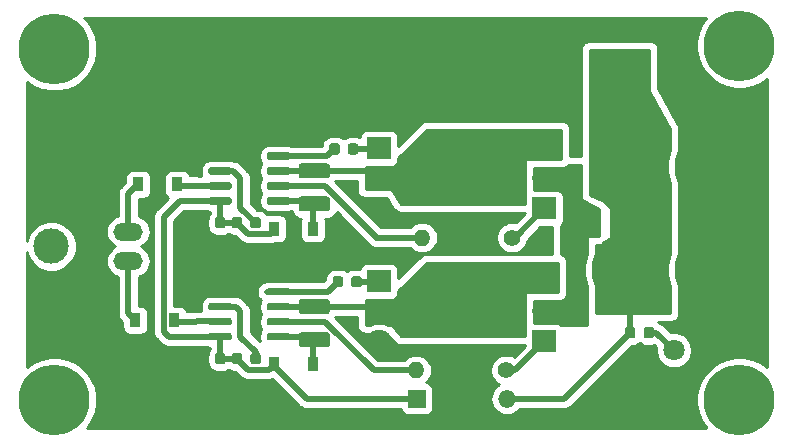
<source format=gbr>
G04 #@! TF.GenerationSoftware,KiCad,Pcbnew,(5.1.4)-1*
G04 #@! TF.CreationDate,2019-10-16T10:14:32+09:00*
G04 #@! TF.ProjectId,_______,cb081b8a-5f47-4622-9e6b-696361645f70,rev?*
G04 #@! TF.SameCoordinates,Original*
G04 #@! TF.FileFunction,Copper,L2,Bot*
G04 #@! TF.FilePolarity,Positive*
%FSLAX46Y46*%
G04 Gerber Fmt 4.6, Leading zero omitted, Abs format (unit mm)*
G04 Created by KiCad (PCBNEW (5.1.4)-1) date 2019-10-16 10:14:32*
%MOMM*%
%LPD*%
G04 APERTURE LIST*
%ADD10C,0.100000*%
%ADD11C,0.875000*%
%ADD12R,1.600000X1.600000*%
%ADD13C,1.600000*%
%ADD14C,1.800000*%
%ADD15R,1.800000X1.800000*%
%ADD16C,6.500000*%
%ADD17R,2.000000X1.905000*%
%ADD18O,2.000000X1.905000*%
%ADD19C,0.600000*%
%ADD20C,1.250000*%
%ADD21R,0.900000X1.200000*%
%ADD22C,4.500880*%
%ADD23C,1.400000*%
%ADD24O,1.400000X1.400000*%
%ADD25R,1.500000X1.500000*%
%ADD26O,1.500000X1.500000*%
%ADD27R,2.500000X1.800000*%
%ADD28O,2.500000X1.500000*%
%ADD29C,3.000000*%
%ADD30C,6.000000*%
%ADD31C,0.500000*%
%ADD32C,0.254000*%
G04 APERTURE END LIST*
D10*
G36*
X112277691Y-97526053D02*
G01*
X112298926Y-97529203D01*
X112319750Y-97534419D01*
X112339962Y-97541651D01*
X112359368Y-97550830D01*
X112377781Y-97561866D01*
X112395024Y-97574654D01*
X112410930Y-97589070D01*
X112425346Y-97604976D01*
X112438134Y-97622219D01*
X112449170Y-97640632D01*
X112458349Y-97660038D01*
X112465581Y-97680250D01*
X112470797Y-97701074D01*
X112473947Y-97722309D01*
X112475000Y-97743750D01*
X112475000Y-98256250D01*
X112473947Y-98277691D01*
X112470797Y-98298926D01*
X112465581Y-98319750D01*
X112458349Y-98339962D01*
X112449170Y-98359368D01*
X112438134Y-98377781D01*
X112425346Y-98395024D01*
X112410930Y-98410930D01*
X112395024Y-98425346D01*
X112377781Y-98438134D01*
X112359368Y-98449170D01*
X112339962Y-98458349D01*
X112319750Y-98465581D01*
X112298926Y-98470797D01*
X112277691Y-98473947D01*
X112256250Y-98475000D01*
X111818750Y-98475000D01*
X111797309Y-98473947D01*
X111776074Y-98470797D01*
X111755250Y-98465581D01*
X111735038Y-98458349D01*
X111715632Y-98449170D01*
X111697219Y-98438134D01*
X111679976Y-98425346D01*
X111664070Y-98410930D01*
X111649654Y-98395024D01*
X111636866Y-98377781D01*
X111625830Y-98359368D01*
X111616651Y-98339962D01*
X111609419Y-98319750D01*
X111604203Y-98298926D01*
X111601053Y-98277691D01*
X111600000Y-98256250D01*
X111600000Y-97743750D01*
X111601053Y-97722309D01*
X111604203Y-97701074D01*
X111609419Y-97680250D01*
X111616651Y-97660038D01*
X111625830Y-97640632D01*
X111636866Y-97622219D01*
X111649654Y-97604976D01*
X111664070Y-97589070D01*
X111679976Y-97574654D01*
X111697219Y-97561866D01*
X111715632Y-97550830D01*
X111735038Y-97541651D01*
X111755250Y-97534419D01*
X111776074Y-97529203D01*
X111797309Y-97526053D01*
X111818750Y-97525000D01*
X112256250Y-97525000D01*
X112277691Y-97526053D01*
X112277691Y-97526053D01*
G37*
D11*
X112037500Y-98000000D03*
D10*
G36*
X110702691Y-97526053D02*
G01*
X110723926Y-97529203D01*
X110744750Y-97534419D01*
X110764962Y-97541651D01*
X110784368Y-97550830D01*
X110802781Y-97561866D01*
X110820024Y-97574654D01*
X110835930Y-97589070D01*
X110850346Y-97604976D01*
X110863134Y-97622219D01*
X110874170Y-97640632D01*
X110883349Y-97660038D01*
X110890581Y-97680250D01*
X110895797Y-97701074D01*
X110898947Y-97722309D01*
X110900000Y-97743750D01*
X110900000Y-98256250D01*
X110898947Y-98277691D01*
X110895797Y-98298926D01*
X110890581Y-98319750D01*
X110883349Y-98339962D01*
X110874170Y-98359368D01*
X110863134Y-98377781D01*
X110850346Y-98395024D01*
X110835930Y-98410930D01*
X110820024Y-98425346D01*
X110802781Y-98438134D01*
X110784368Y-98449170D01*
X110764962Y-98458349D01*
X110744750Y-98465581D01*
X110723926Y-98470797D01*
X110702691Y-98473947D01*
X110681250Y-98475000D01*
X110243750Y-98475000D01*
X110222309Y-98473947D01*
X110201074Y-98470797D01*
X110180250Y-98465581D01*
X110160038Y-98458349D01*
X110140632Y-98449170D01*
X110122219Y-98438134D01*
X110104976Y-98425346D01*
X110089070Y-98410930D01*
X110074654Y-98395024D01*
X110061866Y-98377781D01*
X110050830Y-98359368D01*
X110041651Y-98339962D01*
X110034419Y-98319750D01*
X110029203Y-98298926D01*
X110026053Y-98277691D01*
X110025000Y-98256250D01*
X110025000Y-97743750D01*
X110026053Y-97722309D01*
X110029203Y-97701074D01*
X110034419Y-97680250D01*
X110041651Y-97660038D01*
X110050830Y-97640632D01*
X110061866Y-97622219D01*
X110074654Y-97604976D01*
X110089070Y-97589070D01*
X110104976Y-97574654D01*
X110122219Y-97561866D01*
X110140632Y-97550830D01*
X110160038Y-97541651D01*
X110180250Y-97534419D01*
X110201074Y-97529203D01*
X110222309Y-97526053D01*
X110243750Y-97525000D01*
X110681250Y-97525000D01*
X110702691Y-97526053D01*
X110702691Y-97526053D01*
G37*
D11*
X110462500Y-98000000D03*
D10*
G36*
X112277691Y-109026053D02*
G01*
X112298926Y-109029203D01*
X112319750Y-109034419D01*
X112339962Y-109041651D01*
X112359368Y-109050830D01*
X112377781Y-109061866D01*
X112395024Y-109074654D01*
X112410930Y-109089070D01*
X112425346Y-109104976D01*
X112438134Y-109122219D01*
X112449170Y-109140632D01*
X112458349Y-109160038D01*
X112465581Y-109180250D01*
X112470797Y-109201074D01*
X112473947Y-109222309D01*
X112475000Y-109243750D01*
X112475000Y-109756250D01*
X112473947Y-109777691D01*
X112470797Y-109798926D01*
X112465581Y-109819750D01*
X112458349Y-109839962D01*
X112449170Y-109859368D01*
X112438134Y-109877781D01*
X112425346Y-109895024D01*
X112410930Y-109910930D01*
X112395024Y-109925346D01*
X112377781Y-109938134D01*
X112359368Y-109949170D01*
X112339962Y-109958349D01*
X112319750Y-109965581D01*
X112298926Y-109970797D01*
X112277691Y-109973947D01*
X112256250Y-109975000D01*
X111818750Y-109975000D01*
X111797309Y-109973947D01*
X111776074Y-109970797D01*
X111755250Y-109965581D01*
X111735038Y-109958349D01*
X111715632Y-109949170D01*
X111697219Y-109938134D01*
X111679976Y-109925346D01*
X111664070Y-109910930D01*
X111649654Y-109895024D01*
X111636866Y-109877781D01*
X111625830Y-109859368D01*
X111616651Y-109839962D01*
X111609419Y-109819750D01*
X111604203Y-109798926D01*
X111601053Y-109777691D01*
X111600000Y-109756250D01*
X111600000Y-109243750D01*
X111601053Y-109222309D01*
X111604203Y-109201074D01*
X111609419Y-109180250D01*
X111616651Y-109160038D01*
X111625830Y-109140632D01*
X111636866Y-109122219D01*
X111649654Y-109104976D01*
X111664070Y-109089070D01*
X111679976Y-109074654D01*
X111697219Y-109061866D01*
X111715632Y-109050830D01*
X111735038Y-109041651D01*
X111755250Y-109034419D01*
X111776074Y-109029203D01*
X111797309Y-109026053D01*
X111818750Y-109025000D01*
X112256250Y-109025000D01*
X112277691Y-109026053D01*
X112277691Y-109026053D01*
G37*
D11*
X112037500Y-109500000D03*
D10*
G36*
X110702691Y-109026053D02*
G01*
X110723926Y-109029203D01*
X110744750Y-109034419D01*
X110764962Y-109041651D01*
X110784368Y-109050830D01*
X110802781Y-109061866D01*
X110820024Y-109074654D01*
X110835930Y-109089070D01*
X110850346Y-109104976D01*
X110863134Y-109122219D01*
X110874170Y-109140632D01*
X110883349Y-109160038D01*
X110890581Y-109180250D01*
X110895797Y-109201074D01*
X110898947Y-109222309D01*
X110900000Y-109243750D01*
X110900000Y-109756250D01*
X110898947Y-109777691D01*
X110895797Y-109798926D01*
X110890581Y-109819750D01*
X110883349Y-109839962D01*
X110874170Y-109859368D01*
X110863134Y-109877781D01*
X110850346Y-109895024D01*
X110835930Y-109910930D01*
X110820024Y-109925346D01*
X110802781Y-109938134D01*
X110784368Y-109949170D01*
X110764962Y-109958349D01*
X110744750Y-109965581D01*
X110723926Y-109970797D01*
X110702691Y-109973947D01*
X110681250Y-109975000D01*
X110243750Y-109975000D01*
X110222309Y-109973947D01*
X110201074Y-109970797D01*
X110180250Y-109965581D01*
X110160038Y-109958349D01*
X110140632Y-109949170D01*
X110122219Y-109938134D01*
X110104976Y-109925346D01*
X110089070Y-109910930D01*
X110074654Y-109895024D01*
X110061866Y-109877781D01*
X110050830Y-109859368D01*
X110041651Y-109839962D01*
X110034419Y-109819750D01*
X110029203Y-109798926D01*
X110026053Y-109777691D01*
X110025000Y-109756250D01*
X110025000Y-109243750D01*
X110026053Y-109222309D01*
X110029203Y-109201074D01*
X110034419Y-109180250D01*
X110041651Y-109160038D01*
X110050830Y-109140632D01*
X110061866Y-109122219D01*
X110074654Y-109104976D01*
X110089070Y-109089070D01*
X110104976Y-109074654D01*
X110122219Y-109061866D01*
X110140632Y-109050830D01*
X110160038Y-109041651D01*
X110180250Y-109034419D01*
X110201074Y-109029203D01*
X110222309Y-109026053D01*
X110243750Y-109025000D01*
X110681250Y-109025000D01*
X110702691Y-109026053D01*
X110702691Y-109026053D01*
G37*
D11*
X110462500Y-109500000D03*
D12*
X146750000Y-84500000D03*
D13*
X150250000Y-84500000D03*
D14*
X150460000Y-108800000D03*
D15*
X153000000Y-108800000D03*
D16*
X146750000Y-102000000D03*
X153750000Y-102000000D03*
D17*
X139500000Y-96790000D03*
D18*
X139500000Y-94250000D03*
X139500000Y-91710000D03*
X125500000Y-96790000D03*
X125500000Y-94250000D03*
D17*
X125500000Y-91710000D03*
D18*
X139500000Y-102960000D03*
X139500000Y-105500000D03*
D17*
X139500000Y-108040000D03*
X125500000Y-102960000D03*
D18*
X125500000Y-105500000D03*
X125500000Y-108040000D03*
D10*
G36*
X148577691Y-106826053D02*
G01*
X148598926Y-106829203D01*
X148619750Y-106834419D01*
X148639962Y-106841651D01*
X148659368Y-106850830D01*
X148677781Y-106861866D01*
X148695024Y-106874654D01*
X148710930Y-106889070D01*
X148725346Y-106904976D01*
X148738134Y-106922219D01*
X148749170Y-106940632D01*
X148758349Y-106960038D01*
X148765581Y-106980250D01*
X148770797Y-107001074D01*
X148773947Y-107022309D01*
X148775000Y-107043750D01*
X148775000Y-107556250D01*
X148773947Y-107577691D01*
X148770797Y-107598926D01*
X148765581Y-107619750D01*
X148758349Y-107639962D01*
X148749170Y-107659368D01*
X148738134Y-107677781D01*
X148725346Y-107695024D01*
X148710930Y-107710930D01*
X148695024Y-107725346D01*
X148677781Y-107738134D01*
X148659368Y-107749170D01*
X148639962Y-107758349D01*
X148619750Y-107765581D01*
X148598926Y-107770797D01*
X148577691Y-107773947D01*
X148556250Y-107775000D01*
X148118750Y-107775000D01*
X148097309Y-107773947D01*
X148076074Y-107770797D01*
X148055250Y-107765581D01*
X148035038Y-107758349D01*
X148015632Y-107749170D01*
X147997219Y-107738134D01*
X147979976Y-107725346D01*
X147964070Y-107710930D01*
X147949654Y-107695024D01*
X147936866Y-107677781D01*
X147925830Y-107659368D01*
X147916651Y-107639962D01*
X147909419Y-107619750D01*
X147904203Y-107598926D01*
X147901053Y-107577691D01*
X147900000Y-107556250D01*
X147900000Y-107043750D01*
X147901053Y-107022309D01*
X147904203Y-107001074D01*
X147909419Y-106980250D01*
X147916651Y-106960038D01*
X147925830Y-106940632D01*
X147936866Y-106922219D01*
X147949654Y-106904976D01*
X147964070Y-106889070D01*
X147979976Y-106874654D01*
X147997219Y-106861866D01*
X148015632Y-106850830D01*
X148035038Y-106841651D01*
X148055250Y-106834419D01*
X148076074Y-106829203D01*
X148097309Y-106826053D01*
X148118750Y-106825000D01*
X148556250Y-106825000D01*
X148577691Y-106826053D01*
X148577691Y-106826053D01*
G37*
D11*
X148337500Y-107300000D03*
D10*
G36*
X147002691Y-106826053D02*
G01*
X147023926Y-106829203D01*
X147044750Y-106834419D01*
X147064962Y-106841651D01*
X147084368Y-106850830D01*
X147102781Y-106861866D01*
X147120024Y-106874654D01*
X147135930Y-106889070D01*
X147150346Y-106904976D01*
X147163134Y-106922219D01*
X147174170Y-106940632D01*
X147183349Y-106960038D01*
X147190581Y-106980250D01*
X147195797Y-107001074D01*
X147198947Y-107022309D01*
X147200000Y-107043750D01*
X147200000Y-107556250D01*
X147198947Y-107577691D01*
X147195797Y-107598926D01*
X147190581Y-107619750D01*
X147183349Y-107639962D01*
X147174170Y-107659368D01*
X147163134Y-107677781D01*
X147150346Y-107695024D01*
X147135930Y-107710930D01*
X147120024Y-107725346D01*
X147102781Y-107738134D01*
X147084368Y-107749170D01*
X147064962Y-107758349D01*
X147044750Y-107765581D01*
X147023926Y-107770797D01*
X147002691Y-107773947D01*
X146981250Y-107775000D01*
X146543750Y-107775000D01*
X146522309Y-107773947D01*
X146501074Y-107770797D01*
X146480250Y-107765581D01*
X146460038Y-107758349D01*
X146440632Y-107749170D01*
X146422219Y-107738134D01*
X146404976Y-107725346D01*
X146389070Y-107710930D01*
X146374654Y-107695024D01*
X146361866Y-107677781D01*
X146350830Y-107659368D01*
X146341651Y-107639962D01*
X146334419Y-107619750D01*
X146329203Y-107598926D01*
X146326053Y-107577691D01*
X146325000Y-107556250D01*
X146325000Y-107043750D01*
X146326053Y-107022309D01*
X146329203Y-107001074D01*
X146334419Y-106980250D01*
X146341651Y-106960038D01*
X146350830Y-106940632D01*
X146361866Y-106922219D01*
X146374654Y-106904976D01*
X146389070Y-106889070D01*
X146404976Y-106874654D01*
X146422219Y-106861866D01*
X146440632Y-106850830D01*
X146460038Y-106841651D01*
X146480250Y-106834419D01*
X146501074Y-106829203D01*
X146522309Y-106826053D01*
X146543750Y-106825000D01*
X146981250Y-106825000D01*
X147002691Y-106826053D01*
X147002691Y-106826053D01*
G37*
D11*
X146762500Y-107300000D03*
D10*
G36*
X113702691Y-97526053D02*
G01*
X113723926Y-97529203D01*
X113744750Y-97534419D01*
X113764962Y-97541651D01*
X113784368Y-97550830D01*
X113802781Y-97561866D01*
X113820024Y-97574654D01*
X113835930Y-97589070D01*
X113850346Y-97604976D01*
X113863134Y-97622219D01*
X113874170Y-97640632D01*
X113883349Y-97660038D01*
X113890581Y-97680250D01*
X113895797Y-97701074D01*
X113898947Y-97722309D01*
X113900000Y-97743750D01*
X113900000Y-98256250D01*
X113898947Y-98277691D01*
X113895797Y-98298926D01*
X113890581Y-98319750D01*
X113883349Y-98339962D01*
X113874170Y-98359368D01*
X113863134Y-98377781D01*
X113850346Y-98395024D01*
X113835930Y-98410930D01*
X113820024Y-98425346D01*
X113802781Y-98438134D01*
X113784368Y-98449170D01*
X113764962Y-98458349D01*
X113744750Y-98465581D01*
X113723926Y-98470797D01*
X113702691Y-98473947D01*
X113681250Y-98475000D01*
X113243750Y-98475000D01*
X113222309Y-98473947D01*
X113201074Y-98470797D01*
X113180250Y-98465581D01*
X113160038Y-98458349D01*
X113140632Y-98449170D01*
X113122219Y-98438134D01*
X113104976Y-98425346D01*
X113089070Y-98410930D01*
X113074654Y-98395024D01*
X113061866Y-98377781D01*
X113050830Y-98359368D01*
X113041651Y-98339962D01*
X113034419Y-98319750D01*
X113029203Y-98298926D01*
X113026053Y-98277691D01*
X113025000Y-98256250D01*
X113025000Y-97743750D01*
X113026053Y-97722309D01*
X113029203Y-97701074D01*
X113034419Y-97680250D01*
X113041651Y-97660038D01*
X113050830Y-97640632D01*
X113061866Y-97622219D01*
X113074654Y-97604976D01*
X113089070Y-97589070D01*
X113104976Y-97574654D01*
X113122219Y-97561866D01*
X113140632Y-97550830D01*
X113160038Y-97541651D01*
X113180250Y-97534419D01*
X113201074Y-97529203D01*
X113222309Y-97526053D01*
X113243750Y-97525000D01*
X113681250Y-97525000D01*
X113702691Y-97526053D01*
X113702691Y-97526053D01*
G37*
D11*
X113462500Y-98000000D03*
D10*
G36*
X115277691Y-97526053D02*
G01*
X115298926Y-97529203D01*
X115319750Y-97534419D01*
X115339962Y-97541651D01*
X115359368Y-97550830D01*
X115377781Y-97561866D01*
X115395024Y-97574654D01*
X115410930Y-97589070D01*
X115425346Y-97604976D01*
X115438134Y-97622219D01*
X115449170Y-97640632D01*
X115458349Y-97660038D01*
X115465581Y-97680250D01*
X115470797Y-97701074D01*
X115473947Y-97722309D01*
X115475000Y-97743750D01*
X115475000Y-98256250D01*
X115473947Y-98277691D01*
X115470797Y-98298926D01*
X115465581Y-98319750D01*
X115458349Y-98339962D01*
X115449170Y-98359368D01*
X115438134Y-98377781D01*
X115425346Y-98395024D01*
X115410930Y-98410930D01*
X115395024Y-98425346D01*
X115377781Y-98438134D01*
X115359368Y-98449170D01*
X115339962Y-98458349D01*
X115319750Y-98465581D01*
X115298926Y-98470797D01*
X115277691Y-98473947D01*
X115256250Y-98475000D01*
X114818750Y-98475000D01*
X114797309Y-98473947D01*
X114776074Y-98470797D01*
X114755250Y-98465581D01*
X114735038Y-98458349D01*
X114715632Y-98449170D01*
X114697219Y-98438134D01*
X114679976Y-98425346D01*
X114664070Y-98410930D01*
X114649654Y-98395024D01*
X114636866Y-98377781D01*
X114625830Y-98359368D01*
X114616651Y-98339962D01*
X114609419Y-98319750D01*
X114604203Y-98298926D01*
X114601053Y-98277691D01*
X114600000Y-98256250D01*
X114600000Y-97743750D01*
X114601053Y-97722309D01*
X114604203Y-97701074D01*
X114609419Y-97680250D01*
X114616651Y-97660038D01*
X114625830Y-97640632D01*
X114636866Y-97622219D01*
X114649654Y-97604976D01*
X114664070Y-97589070D01*
X114679976Y-97574654D01*
X114697219Y-97561866D01*
X114715632Y-97550830D01*
X114735038Y-97541651D01*
X114755250Y-97534419D01*
X114776074Y-97529203D01*
X114797309Y-97526053D01*
X114818750Y-97525000D01*
X115256250Y-97525000D01*
X115277691Y-97526053D01*
X115277691Y-97526053D01*
G37*
D11*
X115037500Y-98000000D03*
D10*
G36*
X115277691Y-109026053D02*
G01*
X115298926Y-109029203D01*
X115319750Y-109034419D01*
X115339962Y-109041651D01*
X115359368Y-109050830D01*
X115377781Y-109061866D01*
X115395024Y-109074654D01*
X115410930Y-109089070D01*
X115425346Y-109104976D01*
X115438134Y-109122219D01*
X115449170Y-109140632D01*
X115458349Y-109160038D01*
X115465581Y-109180250D01*
X115470797Y-109201074D01*
X115473947Y-109222309D01*
X115475000Y-109243750D01*
X115475000Y-109756250D01*
X115473947Y-109777691D01*
X115470797Y-109798926D01*
X115465581Y-109819750D01*
X115458349Y-109839962D01*
X115449170Y-109859368D01*
X115438134Y-109877781D01*
X115425346Y-109895024D01*
X115410930Y-109910930D01*
X115395024Y-109925346D01*
X115377781Y-109938134D01*
X115359368Y-109949170D01*
X115339962Y-109958349D01*
X115319750Y-109965581D01*
X115298926Y-109970797D01*
X115277691Y-109973947D01*
X115256250Y-109975000D01*
X114818750Y-109975000D01*
X114797309Y-109973947D01*
X114776074Y-109970797D01*
X114755250Y-109965581D01*
X114735038Y-109958349D01*
X114715632Y-109949170D01*
X114697219Y-109938134D01*
X114679976Y-109925346D01*
X114664070Y-109910930D01*
X114649654Y-109895024D01*
X114636866Y-109877781D01*
X114625830Y-109859368D01*
X114616651Y-109839962D01*
X114609419Y-109819750D01*
X114604203Y-109798926D01*
X114601053Y-109777691D01*
X114600000Y-109756250D01*
X114600000Y-109243750D01*
X114601053Y-109222309D01*
X114604203Y-109201074D01*
X114609419Y-109180250D01*
X114616651Y-109160038D01*
X114625830Y-109140632D01*
X114636866Y-109122219D01*
X114649654Y-109104976D01*
X114664070Y-109089070D01*
X114679976Y-109074654D01*
X114697219Y-109061866D01*
X114715632Y-109050830D01*
X114735038Y-109041651D01*
X114755250Y-109034419D01*
X114776074Y-109029203D01*
X114797309Y-109026053D01*
X114818750Y-109025000D01*
X115256250Y-109025000D01*
X115277691Y-109026053D01*
X115277691Y-109026053D01*
G37*
D11*
X115037500Y-109500000D03*
D10*
G36*
X113702691Y-109026053D02*
G01*
X113723926Y-109029203D01*
X113744750Y-109034419D01*
X113764962Y-109041651D01*
X113784368Y-109050830D01*
X113802781Y-109061866D01*
X113820024Y-109074654D01*
X113835930Y-109089070D01*
X113850346Y-109104976D01*
X113863134Y-109122219D01*
X113874170Y-109140632D01*
X113883349Y-109160038D01*
X113890581Y-109180250D01*
X113895797Y-109201074D01*
X113898947Y-109222309D01*
X113900000Y-109243750D01*
X113900000Y-109756250D01*
X113898947Y-109777691D01*
X113895797Y-109798926D01*
X113890581Y-109819750D01*
X113883349Y-109839962D01*
X113874170Y-109859368D01*
X113863134Y-109877781D01*
X113850346Y-109895024D01*
X113835930Y-109910930D01*
X113820024Y-109925346D01*
X113802781Y-109938134D01*
X113784368Y-109949170D01*
X113764962Y-109958349D01*
X113744750Y-109965581D01*
X113723926Y-109970797D01*
X113702691Y-109973947D01*
X113681250Y-109975000D01*
X113243750Y-109975000D01*
X113222309Y-109973947D01*
X113201074Y-109970797D01*
X113180250Y-109965581D01*
X113160038Y-109958349D01*
X113140632Y-109949170D01*
X113122219Y-109938134D01*
X113104976Y-109925346D01*
X113089070Y-109910930D01*
X113074654Y-109895024D01*
X113061866Y-109877781D01*
X113050830Y-109859368D01*
X113041651Y-109839962D01*
X113034419Y-109819750D01*
X113029203Y-109798926D01*
X113026053Y-109777691D01*
X113025000Y-109756250D01*
X113025000Y-109243750D01*
X113026053Y-109222309D01*
X113029203Y-109201074D01*
X113034419Y-109180250D01*
X113041651Y-109160038D01*
X113050830Y-109140632D01*
X113061866Y-109122219D01*
X113074654Y-109104976D01*
X113089070Y-109089070D01*
X113104976Y-109074654D01*
X113122219Y-109061866D01*
X113140632Y-109050830D01*
X113160038Y-109041651D01*
X113180250Y-109034419D01*
X113201074Y-109029203D01*
X113222309Y-109026053D01*
X113243750Y-109025000D01*
X113681250Y-109025000D01*
X113702691Y-109026053D01*
X113702691Y-109026053D01*
G37*
D11*
X113462500Y-109500000D03*
D10*
G36*
X112864703Y-95855722D02*
G01*
X112879264Y-95857882D01*
X112893543Y-95861459D01*
X112907403Y-95866418D01*
X112920710Y-95872712D01*
X112933336Y-95880280D01*
X112945159Y-95889048D01*
X112956066Y-95898934D01*
X112965952Y-95909841D01*
X112974720Y-95921664D01*
X112982288Y-95934290D01*
X112988582Y-95947597D01*
X112993541Y-95961457D01*
X112997118Y-95975736D01*
X112999278Y-95990297D01*
X113000000Y-96005000D01*
X113000000Y-96305000D01*
X112999278Y-96319703D01*
X112997118Y-96334264D01*
X112993541Y-96348543D01*
X112988582Y-96362403D01*
X112982288Y-96375710D01*
X112974720Y-96388336D01*
X112965952Y-96400159D01*
X112956066Y-96411066D01*
X112945159Y-96420952D01*
X112933336Y-96429720D01*
X112920710Y-96437288D01*
X112907403Y-96443582D01*
X112893543Y-96448541D01*
X112879264Y-96452118D01*
X112864703Y-96454278D01*
X112850000Y-96455000D01*
X111200000Y-96455000D01*
X111185297Y-96454278D01*
X111170736Y-96452118D01*
X111156457Y-96448541D01*
X111142597Y-96443582D01*
X111129290Y-96437288D01*
X111116664Y-96429720D01*
X111104841Y-96420952D01*
X111093934Y-96411066D01*
X111084048Y-96400159D01*
X111075280Y-96388336D01*
X111067712Y-96375710D01*
X111061418Y-96362403D01*
X111056459Y-96348543D01*
X111052882Y-96334264D01*
X111050722Y-96319703D01*
X111050000Y-96305000D01*
X111050000Y-96005000D01*
X111050722Y-95990297D01*
X111052882Y-95975736D01*
X111056459Y-95961457D01*
X111061418Y-95947597D01*
X111067712Y-95934290D01*
X111075280Y-95921664D01*
X111084048Y-95909841D01*
X111093934Y-95898934D01*
X111104841Y-95889048D01*
X111116664Y-95880280D01*
X111129290Y-95872712D01*
X111142597Y-95866418D01*
X111156457Y-95861459D01*
X111170736Y-95857882D01*
X111185297Y-95855722D01*
X111200000Y-95855000D01*
X112850000Y-95855000D01*
X112864703Y-95855722D01*
X112864703Y-95855722D01*
G37*
D19*
X112025000Y-96155000D03*
D10*
G36*
X112864703Y-94585722D02*
G01*
X112879264Y-94587882D01*
X112893543Y-94591459D01*
X112907403Y-94596418D01*
X112920710Y-94602712D01*
X112933336Y-94610280D01*
X112945159Y-94619048D01*
X112956066Y-94628934D01*
X112965952Y-94639841D01*
X112974720Y-94651664D01*
X112982288Y-94664290D01*
X112988582Y-94677597D01*
X112993541Y-94691457D01*
X112997118Y-94705736D01*
X112999278Y-94720297D01*
X113000000Y-94735000D01*
X113000000Y-95035000D01*
X112999278Y-95049703D01*
X112997118Y-95064264D01*
X112993541Y-95078543D01*
X112988582Y-95092403D01*
X112982288Y-95105710D01*
X112974720Y-95118336D01*
X112965952Y-95130159D01*
X112956066Y-95141066D01*
X112945159Y-95150952D01*
X112933336Y-95159720D01*
X112920710Y-95167288D01*
X112907403Y-95173582D01*
X112893543Y-95178541D01*
X112879264Y-95182118D01*
X112864703Y-95184278D01*
X112850000Y-95185000D01*
X111200000Y-95185000D01*
X111185297Y-95184278D01*
X111170736Y-95182118D01*
X111156457Y-95178541D01*
X111142597Y-95173582D01*
X111129290Y-95167288D01*
X111116664Y-95159720D01*
X111104841Y-95150952D01*
X111093934Y-95141066D01*
X111084048Y-95130159D01*
X111075280Y-95118336D01*
X111067712Y-95105710D01*
X111061418Y-95092403D01*
X111056459Y-95078543D01*
X111052882Y-95064264D01*
X111050722Y-95049703D01*
X111050000Y-95035000D01*
X111050000Y-94735000D01*
X111050722Y-94720297D01*
X111052882Y-94705736D01*
X111056459Y-94691457D01*
X111061418Y-94677597D01*
X111067712Y-94664290D01*
X111075280Y-94651664D01*
X111084048Y-94639841D01*
X111093934Y-94628934D01*
X111104841Y-94619048D01*
X111116664Y-94610280D01*
X111129290Y-94602712D01*
X111142597Y-94596418D01*
X111156457Y-94591459D01*
X111170736Y-94587882D01*
X111185297Y-94585722D01*
X111200000Y-94585000D01*
X112850000Y-94585000D01*
X112864703Y-94585722D01*
X112864703Y-94585722D01*
G37*
D19*
X112025000Y-94885000D03*
D10*
G36*
X112864703Y-93315722D02*
G01*
X112879264Y-93317882D01*
X112893543Y-93321459D01*
X112907403Y-93326418D01*
X112920710Y-93332712D01*
X112933336Y-93340280D01*
X112945159Y-93349048D01*
X112956066Y-93358934D01*
X112965952Y-93369841D01*
X112974720Y-93381664D01*
X112982288Y-93394290D01*
X112988582Y-93407597D01*
X112993541Y-93421457D01*
X112997118Y-93435736D01*
X112999278Y-93450297D01*
X113000000Y-93465000D01*
X113000000Y-93765000D01*
X112999278Y-93779703D01*
X112997118Y-93794264D01*
X112993541Y-93808543D01*
X112988582Y-93822403D01*
X112982288Y-93835710D01*
X112974720Y-93848336D01*
X112965952Y-93860159D01*
X112956066Y-93871066D01*
X112945159Y-93880952D01*
X112933336Y-93889720D01*
X112920710Y-93897288D01*
X112907403Y-93903582D01*
X112893543Y-93908541D01*
X112879264Y-93912118D01*
X112864703Y-93914278D01*
X112850000Y-93915000D01*
X111200000Y-93915000D01*
X111185297Y-93914278D01*
X111170736Y-93912118D01*
X111156457Y-93908541D01*
X111142597Y-93903582D01*
X111129290Y-93897288D01*
X111116664Y-93889720D01*
X111104841Y-93880952D01*
X111093934Y-93871066D01*
X111084048Y-93860159D01*
X111075280Y-93848336D01*
X111067712Y-93835710D01*
X111061418Y-93822403D01*
X111056459Y-93808543D01*
X111052882Y-93794264D01*
X111050722Y-93779703D01*
X111050000Y-93765000D01*
X111050000Y-93465000D01*
X111050722Y-93450297D01*
X111052882Y-93435736D01*
X111056459Y-93421457D01*
X111061418Y-93407597D01*
X111067712Y-93394290D01*
X111075280Y-93381664D01*
X111084048Y-93369841D01*
X111093934Y-93358934D01*
X111104841Y-93349048D01*
X111116664Y-93340280D01*
X111129290Y-93332712D01*
X111142597Y-93326418D01*
X111156457Y-93321459D01*
X111170736Y-93317882D01*
X111185297Y-93315722D01*
X111200000Y-93315000D01*
X112850000Y-93315000D01*
X112864703Y-93315722D01*
X112864703Y-93315722D01*
G37*
D19*
X112025000Y-93615000D03*
D10*
G36*
X112864703Y-92045722D02*
G01*
X112879264Y-92047882D01*
X112893543Y-92051459D01*
X112907403Y-92056418D01*
X112920710Y-92062712D01*
X112933336Y-92070280D01*
X112945159Y-92079048D01*
X112956066Y-92088934D01*
X112965952Y-92099841D01*
X112974720Y-92111664D01*
X112982288Y-92124290D01*
X112988582Y-92137597D01*
X112993541Y-92151457D01*
X112997118Y-92165736D01*
X112999278Y-92180297D01*
X113000000Y-92195000D01*
X113000000Y-92495000D01*
X112999278Y-92509703D01*
X112997118Y-92524264D01*
X112993541Y-92538543D01*
X112988582Y-92552403D01*
X112982288Y-92565710D01*
X112974720Y-92578336D01*
X112965952Y-92590159D01*
X112956066Y-92601066D01*
X112945159Y-92610952D01*
X112933336Y-92619720D01*
X112920710Y-92627288D01*
X112907403Y-92633582D01*
X112893543Y-92638541D01*
X112879264Y-92642118D01*
X112864703Y-92644278D01*
X112850000Y-92645000D01*
X111200000Y-92645000D01*
X111185297Y-92644278D01*
X111170736Y-92642118D01*
X111156457Y-92638541D01*
X111142597Y-92633582D01*
X111129290Y-92627288D01*
X111116664Y-92619720D01*
X111104841Y-92610952D01*
X111093934Y-92601066D01*
X111084048Y-92590159D01*
X111075280Y-92578336D01*
X111067712Y-92565710D01*
X111061418Y-92552403D01*
X111056459Y-92538543D01*
X111052882Y-92524264D01*
X111050722Y-92509703D01*
X111050000Y-92495000D01*
X111050000Y-92195000D01*
X111050722Y-92180297D01*
X111052882Y-92165736D01*
X111056459Y-92151457D01*
X111061418Y-92137597D01*
X111067712Y-92124290D01*
X111075280Y-92111664D01*
X111084048Y-92099841D01*
X111093934Y-92088934D01*
X111104841Y-92079048D01*
X111116664Y-92070280D01*
X111129290Y-92062712D01*
X111142597Y-92056418D01*
X111156457Y-92051459D01*
X111170736Y-92047882D01*
X111185297Y-92045722D01*
X111200000Y-92045000D01*
X112850000Y-92045000D01*
X112864703Y-92045722D01*
X112864703Y-92045722D01*
G37*
D19*
X112025000Y-92345000D03*
D10*
G36*
X117814703Y-92045722D02*
G01*
X117829264Y-92047882D01*
X117843543Y-92051459D01*
X117857403Y-92056418D01*
X117870710Y-92062712D01*
X117883336Y-92070280D01*
X117895159Y-92079048D01*
X117906066Y-92088934D01*
X117915952Y-92099841D01*
X117924720Y-92111664D01*
X117932288Y-92124290D01*
X117938582Y-92137597D01*
X117943541Y-92151457D01*
X117947118Y-92165736D01*
X117949278Y-92180297D01*
X117950000Y-92195000D01*
X117950000Y-92495000D01*
X117949278Y-92509703D01*
X117947118Y-92524264D01*
X117943541Y-92538543D01*
X117938582Y-92552403D01*
X117932288Y-92565710D01*
X117924720Y-92578336D01*
X117915952Y-92590159D01*
X117906066Y-92601066D01*
X117895159Y-92610952D01*
X117883336Y-92619720D01*
X117870710Y-92627288D01*
X117857403Y-92633582D01*
X117843543Y-92638541D01*
X117829264Y-92642118D01*
X117814703Y-92644278D01*
X117800000Y-92645000D01*
X116150000Y-92645000D01*
X116135297Y-92644278D01*
X116120736Y-92642118D01*
X116106457Y-92638541D01*
X116092597Y-92633582D01*
X116079290Y-92627288D01*
X116066664Y-92619720D01*
X116054841Y-92610952D01*
X116043934Y-92601066D01*
X116034048Y-92590159D01*
X116025280Y-92578336D01*
X116017712Y-92565710D01*
X116011418Y-92552403D01*
X116006459Y-92538543D01*
X116002882Y-92524264D01*
X116000722Y-92509703D01*
X116000000Y-92495000D01*
X116000000Y-92195000D01*
X116000722Y-92180297D01*
X116002882Y-92165736D01*
X116006459Y-92151457D01*
X116011418Y-92137597D01*
X116017712Y-92124290D01*
X116025280Y-92111664D01*
X116034048Y-92099841D01*
X116043934Y-92088934D01*
X116054841Y-92079048D01*
X116066664Y-92070280D01*
X116079290Y-92062712D01*
X116092597Y-92056418D01*
X116106457Y-92051459D01*
X116120736Y-92047882D01*
X116135297Y-92045722D01*
X116150000Y-92045000D01*
X117800000Y-92045000D01*
X117814703Y-92045722D01*
X117814703Y-92045722D01*
G37*
D19*
X116975000Y-92345000D03*
D10*
G36*
X117814703Y-93315722D02*
G01*
X117829264Y-93317882D01*
X117843543Y-93321459D01*
X117857403Y-93326418D01*
X117870710Y-93332712D01*
X117883336Y-93340280D01*
X117895159Y-93349048D01*
X117906066Y-93358934D01*
X117915952Y-93369841D01*
X117924720Y-93381664D01*
X117932288Y-93394290D01*
X117938582Y-93407597D01*
X117943541Y-93421457D01*
X117947118Y-93435736D01*
X117949278Y-93450297D01*
X117950000Y-93465000D01*
X117950000Y-93765000D01*
X117949278Y-93779703D01*
X117947118Y-93794264D01*
X117943541Y-93808543D01*
X117938582Y-93822403D01*
X117932288Y-93835710D01*
X117924720Y-93848336D01*
X117915952Y-93860159D01*
X117906066Y-93871066D01*
X117895159Y-93880952D01*
X117883336Y-93889720D01*
X117870710Y-93897288D01*
X117857403Y-93903582D01*
X117843543Y-93908541D01*
X117829264Y-93912118D01*
X117814703Y-93914278D01*
X117800000Y-93915000D01*
X116150000Y-93915000D01*
X116135297Y-93914278D01*
X116120736Y-93912118D01*
X116106457Y-93908541D01*
X116092597Y-93903582D01*
X116079290Y-93897288D01*
X116066664Y-93889720D01*
X116054841Y-93880952D01*
X116043934Y-93871066D01*
X116034048Y-93860159D01*
X116025280Y-93848336D01*
X116017712Y-93835710D01*
X116011418Y-93822403D01*
X116006459Y-93808543D01*
X116002882Y-93794264D01*
X116000722Y-93779703D01*
X116000000Y-93765000D01*
X116000000Y-93465000D01*
X116000722Y-93450297D01*
X116002882Y-93435736D01*
X116006459Y-93421457D01*
X116011418Y-93407597D01*
X116017712Y-93394290D01*
X116025280Y-93381664D01*
X116034048Y-93369841D01*
X116043934Y-93358934D01*
X116054841Y-93349048D01*
X116066664Y-93340280D01*
X116079290Y-93332712D01*
X116092597Y-93326418D01*
X116106457Y-93321459D01*
X116120736Y-93317882D01*
X116135297Y-93315722D01*
X116150000Y-93315000D01*
X117800000Y-93315000D01*
X117814703Y-93315722D01*
X117814703Y-93315722D01*
G37*
D19*
X116975000Y-93615000D03*
D10*
G36*
X117814703Y-94585722D02*
G01*
X117829264Y-94587882D01*
X117843543Y-94591459D01*
X117857403Y-94596418D01*
X117870710Y-94602712D01*
X117883336Y-94610280D01*
X117895159Y-94619048D01*
X117906066Y-94628934D01*
X117915952Y-94639841D01*
X117924720Y-94651664D01*
X117932288Y-94664290D01*
X117938582Y-94677597D01*
X117943541Y-94691457D01*
X117947118Y-94705736D01*
X117949278Y-94720297D01*
X117950000Y-94735000D01*
X117950000Y-95035000D01*
X117949278Y-95049703D01*
X117947118Y-95064264D01*
X117943541Y-95078543D01*
X117938582Y-95092403D01*
X117932288Y-95105710D01*
X117924720Y-95118336D01*
X117915952Y-95130159D01*
X117906066Y-95141066D01*
X117895159Y-95150952D01*
X117883336Y-95159720D01*
X117870710Y-95167288D01*
X117857403Y-95173582D01*
X117843543Y-95178541D01*
X117829264Y-95182118D01*
X117814703Y-95184278D01*
X117800000Y-95185000D01*
X116150000Y-95185000D01*
X116135297Y-95184278D01*
X116120736Y-95182118D01*
X116106457Y-95178541D01*
X116092597Y-95173582D01*
X116079290Y-95167288D01*
X116066664Y-95159720D01*
X116054841Y-95150952D01*
X116043934Y-95141066D01*
X116034048Y-95130159D01*
X116025280Y-95118336D01*
X116017712Y-95105710D01*
X116011418Y-95092403D01*
X116006459Y-95078543D01*
X116002882Y-95064264D01*
X116000722Y-95049703D01*
X116000000Y-95035000D01*
X116000000Y-94735000D01*
X116000722Y-94720297D01*
X116002882Y-94705736D01*
X116006459Y-94691457D01*
X116011418Y-94677597D01*
X116017712Y-94664290D01*
X116025280Y-94651664D01*
X116034048Y-94639841D01*
X116043934Y-94628934D01*
X116054841Y-94619048D01*
X116066664Y-94610280D01*
X116079290Y-94602712D01*
X116092597Y-94596418D01*
X116106457Y-94591459D01*
X116120736Y-94587882D01*
X116135297Y-94585722D01*
X116150000Y-94585000D01*
X117800000Y-94585000D01*
X117814703Y-94585722D01*
X117814703Y-94585722D01*
G37*
D19*
X116975000Y-94885000D03*
D10*
G36*
X117814703Y-95855722D02*
G01*
X117829264Y-95857882D01*
X117843543Y-95861459D01*
X117857403Y-95866418D01*
X117870710Y-95872712D01*
X117883336Y-95880280D01*
X117895159Y-95889048D01*
X117906066Y-95898934D01*
X117915952Y-95909841D01*
X117924720Y-95921664D01*
X117932288Y-95934290D01*
X117938582Y-95947597D01*
X117943541Y-95961457D01*
X117947118Y-95975736D01*
X117949278Y-95990297D01*
X117950000Y-96005000D01*
X117950000Y-96305000D01*
X117949278Y-96319703D01*
X117947118Y-96334264D01*
X117943541Y-96348543D01*
X117938582Y-96362403D01*
X117932288Y-96375710D01*
X117924720Y-96388336D01*
X117915952Y-96400159D01*
X117906066Y-96411066D01*
X117895159Y-96420952D01*
X117883336Y-96429720D01*
X117870710Y-96437288D01*
X117857403Y-96443582D01*
X117843543Y-96448541D01*
X117829264Y-96452118D01*
X117814703Y-96454278D01*
X117800000Y-96455000D01*
X116150000Y-96455000D01*
X116135297Y-96454278D01*
X116120736Y-96452118D01*
X116106457Y-96448541D01*
X116092597Y-96443582D01*
X116079290Y-96437288D01*
X116066664Y-96429720D01*
X116054841Y-96420952D01*
X116043934Y-96411066D01*
X116034048Y-96400159D01*
X116025280Y-96388336D01*
X116017712Y-96375710D01*
X116011418Y-96362403D01*
X116006459Y-96348543D01*
X116002882Y-96334264D01*
X116000722Y-96319703D01*
X116000000Y-96305000D01*
X116000000Y-96005000D01*
X116000722Y-95990297D01*
X116002882Y-95975736D01*
X116006459Y-95961457D01*
X116011418Y-95947597D01*
X116017712Y-95934290D01*
X116025280Y-95921664D01*
X116034048Y-95909841D01*
X116043934Y-95898934D01*
X116054841Y-95889048D01*
X116066664Y-95880280D01*
X116079290Y-95872712D01*
X116092597Y-95866418D01*
X116106457Y-95861459D01*
X116120736Y-95857882D01*
X116135297Y-95855722D01*
X116150000Y-95855000D01*
X117800000Y-95855000D01*
X117814703Y-95855722D01*
X117814703Y-95855722D01*
G37*
D19*
X116975000Y-96155000D03*
D10*
G36*
X117814703Y-107355722D02*
G01*
X117829264Y-107357882D01*
X117843543Y-107361459D01*
X117857403Y-107366418D01*
X117870710Y-107372712D01*
X117883336Y-107380280D01*
X117895159Y-107389048D01*
X117906066Y-107398934D01*
X117915952Y-107409841D01*
X117924720Y-107421664D01*
X117932288Y-107434290D01*
X117938582Y-107447597D01*
X117943541Y-107461457D01*
X117947118Y-107475736D01*
X117949278Y-107490297D01*
X117950000Y-107505000D01*
X117950000Y-107805000D01*
X117949278Y-107819703D01*
X117947118Y-107834264D01*
X117943541Y-107848543D01*
X117938582Y-107862403D01*
X117932288Y-107875710D01*
X117924720Y-107888336D01*
X117915952Y-107900159D01*
X117906066Y-107911066D01*
X117895159Y-107920952D01*
X117883336Y-107929720D01*
X117870710Y-107937288D01*
X117857403Y-107943582D01*
X117843543Y-107948541D01*
X117829264Y-107952118D01*
X117814703Y-107954278D01*
X117800000Y-107955000D01*
X116150000Y-107955000D01*
X116135297Y-107954278D01*
X116120736Y-107952118D01*
X116106457Y-107948541D01*
X116092597Y-107943582D01*
X116079290Y-107937288D01*
X116066664Y-107929720D01*
X116054841Y-107920952D01*
X116043934Y-107911066D01*
X116034048Y-107900159D01*
X116025280Y-107888336D01*
X116017712Y-107875710D01*
X116011418Y-107862403D01*
X116006459Y-107848543D01*
X116002882Y-107834264D01*
X116000722Y-107819703D01*
X116000000Y-107805000D01*
X116000000Y-107505000D01*
X116000722Y-107490297D01*
X116002882Y-107475736D01*
X116006459Y-107461457D01*
X116011418Y-107447597D01*
X116017712Y-107434290D01*
X116025280Y-107421664D01*
X116034048Y-107409841D01*
X116043934Y-107398934D01*
X116054841Y-107389048D01*
X116066664Y-107380280D01*
X116079290Y-107372712D01*
X116092597Y-107366418D01*
X116106457Y-107361459D01*
X116120736Y-107357882D01*
X116135297Y-107355722D01*
X116150000Y-107355000D01*
X117800000Y-107355000D01*
X117814703Y-107355722D01*
X117814703Y-107355722D01*
G37*
D19*
X116975000Y-107655000D03*
D10*
G36*
X117814703Y-106085722D02*
G01*
X117829264Y-106087882D01*
X117843543Y-106091459D01*
X117857403Y-106096418D01*
X117870710Y-106102712D01*
X117883336Y-106110280D01*
X117895159Y-106119048D01*
X117906066Y-106128934D01*
X117915952Y-106139841D01*
X117924720Y-106151664D01*
X117932288Y-106164290D01*
X117938582Y-106177597D01*
X117943541Y-106191457D01*
X117947118Y-106205736D01*
X117949278Y-106220297D01*
X117950000Y-106235000D01*
X117950000Y-106535000D01*
X117949278Y-106549703D01*
X117947118Y-106564264D01*
X117943541Y-106578543D01*
X117938582Y-106592403D01*
X117932288Y-106605710D01*
X117924720Y-106618336D01*
X117915952Y-106630159D01*
X117906066Y-106641066D01*
X117895159Y-106650952D01*
X117883336Y-106659720D01*
X117870710Y-106667288D01*
X117857403Y-106673582D01*
X117843543Y-106678541D01*
X117829264Y-106682118D01*
X117814703Y-106684278D01*
X117800000Y-106685000D01*
X116150000Y-106685000D01*
X116135297Y-106684278D01*
X116120736Y-106682118D01*
X116106457Y-106678541D01*
X116092597Y-106673582D01*
X116079290Y-106667288D01*
X116066664Y-106659720D01*
X116054841Y-106650952D01*
X116043934Y-106641066D01*
X116034048Y-106630159D01*
X116025280Y-106618336D01*
X116017712Y-106605710D01*
X116011418Y-106592403D01*
X116006459Y-106578543D01*
X116002882Y-106564264D01*
X116000722Y-106549703D01*
X116000000Y-106535000D01*
X116000000Y-106235000D01*
X116000722Y-106220297D01*
X116002882Y-106205736D01*
X116006459Y-106191457D01*
X116011418Y-106177597D01*
X116017712Y-106164290D01*
X116025280Y-106151664D01*
X116034048Y-106139841D01*
X116043934Y-106128934D01*
X116054841Y-106119048D01*
X116066664Y-106110280D01*
X116079290Y-106102712D01*
X116092597Y-106096418D01*
X116106457Y-106091459D01*
X116120736Y-106087882D01*
X116135297Y-106085722D01*
X116150000Y-106085000D01*
X117800000Y-106085000D01*
X117814703Y-106085722D01*
X117814703Y-106085722D01*
G37*
D19*
X116975000Y-106385000D03*
D10*
G36*
X117814703Y-104815722D02*
G01*
X117829264Y-104817882D01*
X117843543Y-104821459D01*
X117857403Y-104826418D01*
X117870710Y-104832712D01*
X117883336Y-104840280D01*
X117895159Y-104849048D01*
X117906066Y-104858934D01*
X117915952Y-104869841D01*
X117924720Y-104881664D01*
X117932288Y-104894290D01*
X117938582Y-104907597D01*
X117943541Y-104921457D01*
X117947118Y-104935736D01*
X117949278Y-104950297D01*
X117950000Y-104965000D01*
X117950000Y-105265000D01*
X117949278Y-105279703D01*
X117947118Y-105294264D01*
X117943541Y-105308543D01*
X117938582Y-105322403D01*
X117932288Y-105335710D01*
X117924720Y-105348336D01*
X117915952Y-105360159D01*
X117906066Y-105371066D01*
X117895159Y-105380952D01*
X117883336Y-105389720D01*
X117870710Y-105397288D01*
X117857403Y-105403582D01*
X117843543Y-105408541D01*
X117829264Y-105412118D01*
X117814703Y-105414278D01*
X117800000Y-105415000D01*
X116150000Y-105415000D01*
X116135297Y-105414278D01*
X116120736Y-105412118D01*
X116106457Y-105408541D01*
X116092597Y-105403582D01*
X116079290Y-105397288D01*
X116066664Y-105389720D01*
X116054841Y-105380952D01*
X116043934Y-105371066D01*
X116034048Y-105360159D01*
X116025280Y-105348336D01*
X116017712Y-105335710D01*
X116011418Y-105322403D01*
X116006459Y-105308543D01*
X116002882Y-105294264D01*
X116000722Y-105279703D01*
X116000000Y-105265000D01*
X116000000Y-104965000D01*
X116000722Y-104950297D01*
X116002882Y-104935736D01*
X116006459Y-104921457D01*
X116011418Y-104907597D01*
X116017712Y-104894290D01*
X116025280Y-104881664D01*
X116034048Y-104869841D01*
X116043934Y-104858934D01*
X116054841Y-104849048D01*
X116066664Y-104840280D01*
X116079290Y-104832712D01*
X116092597Y-104826418D01*
X116106457Y-104821459D01*
X116120736Y-104817882D01*
X116135297Y-104815722D01*
X116150000Y-104815000D01*
X117800000Y-104815000D01*
X117814703Y-104815722D01*
X117814703Y-104815722D01*
G37*
D19*
X116975000Y-105115000D03*
D10*
G36*
X117814703Y-103545722D02*
G01*
X117829264Y-103547882D01*
X117843543Y-103551459D01*
X117857403Y-103556418D01*
X117870710Y-103562712D01*
X117883336Y-103570280D01*
X117895159Y-103579048D01*
X117906066Y-103588934D01*
X117915952Y-103599841D01*
X117924720Y-103611664D01*
X117932288Y-103624290D01*
X117938582Y-103637597D01*
X117943541Y-103651457D01*
X117947118Y-103665736D01*
X117949278Y-103680297D01*
X117950000Y-103695000D01*
X117950000Y-103995000D01*
X117949278Y-104009703D01*
X117947118Y-104024264D01*
X117943541Y-104038543D01*
X117938582Y-104052403D01*
X117932288Y-104065710D01*
X117924720Y-104078336D01*
X117915952Y-104090159D01*
X117906066Y-104101066D01*
X117895159Y-104110952D01*
X117883336Y-104119720D01*
X117870710Y-104127288D01*
X117857403Y-104133582D01*
X117843543Y-104138541D01*
X117829264Y-104142118D01*
X117814703Y-104144278D01*
X117800000Y-104145000D01*
X116150000Y-104145000D01*
X116135297Y-104144278D01*
X116120736Y-104142118D01*
X116106457Y-104138541D01*
X116092597Y-104133582D01*
X116079290Y-104127288D01*
X116066664Y-104119720D01*
X116054841Y-104110952D01*
X116043934Y-104101066D01*
X116034048Y-104090159D01*
X116025280Y-104078336D01*
X116017712Y-104065710D01*
X116011418Y-104052403D01*
X116006459Y-104038543D01*
X116002882Y-104024264D01*
X116000722Y-104009703D01*
X116000000Y-103995000D01*
X116000000Y-103695000D01*
X116000722Y-103680297D01*
X116002882Y-103665736D01*
X116006459Y-103651457D01*
X116011418Y-103637597D01*
X116017712Y-103624290D01*
X116025280Y-103611664D01*
X116034048Y-103599841D01*
X116043934Y-103588934D01*
X116054841Y-103579048D01*
X116066664Y-103570280D01*
X116079290Y-103562712D01*
X116092597Y-103556418D01*
X116106457Y-103551459D01*
X116120736Y-103547882D01*
X116135297Y-103545722D01*
X116150000Y-103545000D01*
X117800000Y-103545000D01*
X117814703Y-103545722D01*
X117814703Y-103545722D01*
G37*
D19*
X116975000Y-103845000D03*
D10*
G36*
X112864703Y-103545722D02*
G01*
X112879264Y-103547882D01*
X112893543Y-103551459D01*
X112907403Y-103556418D01*
X112920710Y-103562712D01*
X112933336Y-103570280D01*
X112945159Y-103579048D01*
X112956066Y-103588934D01*
X112965952Y-103599841D01*
X112974720Y-103611664D01*
X112982288Y-103624290D01*
X112988582Y-103637597D01*
X112993541Y-103651457D01*
X112997118Y-103665736D01*
X112999278Y-103680297D01*
X113000000Y-103695000D01*
X113000000Y-103995000D01*
X112999278Y-104009703D01*
X112997118Y-104024264D01*
X112993541Y-104038543D01*
X112988582Y-104052403D01*
X112982288Y-104065710D01*
X112974720Y-104078336D01*
X112965952Y-104090159D01*
X112956066Y-104101066D01*
X112945159Y-104110952D01*
X112933336Y-104119720D01*
X112920710Y-104127288D01*
X112907403Y-104133582D01*
X112893543Y-104138541D01*
X112879264Y-104142118D01*
X112864703Y-104144278D01*
X112850000Y-104145000D01*
X111200000Y-104145000D01*
X111185297Y-104144278D01*
X111170736Y-104142118D01*
X111156457Y-104138541D01*
X111142597Y-104133582D01*
X111129290Y-104127288D01*
X111116664Y-104119720D01*
X111104841Y-104110952D01*
X111093934Y-104101066D01*
X111084048Y-104090159D01*
X111075280Y-104078336D01*
X111067712Y-104065710D01*
X111061418Y-104052403D01*
X111056459Y-104038543D01*
X111052882Y-104024264D01*
X111050722Y-104009703D01*
X111050000Y-103995000D01*
X111050000Y-103695000D01*
X111050722Y-103680297D01*
X111052882Y-103665736D01*
X111056459Y-103651457D01*
X111061418Y-103637597D01*
X111067712Y-103624290D01*
X111075280Y-103611664D01*
X111084048Y-103599841D01*
X111093934Y-103588934D01*
X111104841Y-103579048D01*
X111116664Y-103570280D01*
X111129290Y-103562712D01*
X111142597Y-103556418D01*
X111156457Y-103551459D01*
X111170736Y-103547882D01*
X111185297Y-103545722D01*
X111200000Y-103545000D01*
X112850000Y-103545000D01*
X112864703Y-103545722D01*
X112864703Y-103545722D01*
G37*
D19*
X112025000Y-103845000D03*
D10*
G36*
X112864703Y-104815722D02*
G01*
X112879264Y-104817882D01*
X112893543Y-104821459D01*
X112907403Y-104826418D01*
X112920710Y-104832712D01*
X112933336Y-104840280D01*
X112945159Y-104849048D01*
X112956066Y-104858934D01*
X112965952Y-104869841D01*
X112974720Y-104881664D01*
X112982288Y-104894290D01*
X112988582Y-104907597D01*
X112993541Y-104921457D01*
X112997118Y-104935736D01*
X112999278Y-104950297D01*
X113000000Y-104965000D01*
X113000000Y-105265000D01*
X112999278Y-105279703D01*
X112997118Y-105294264D01*
X112993541Y-105308543D01*
X112988582Y-105322403D01*
X112982288Y-105335710D01*
X112974720Y-105348336D01*
X112965952Y-105360159D01*
X112956066Y-105371066D01*
X112945159Y-105380952D01*
X112933336Y-105389720D01*
X112920710Y-105397288D01*
X112907403Y-105403582D01*
X112893543Y-105408541D01*
X112879264Y-105412118D01*
X112864703Y-105414278D01*
X112850000Y-105415000D01*
X111200000Y-105415000D01*
X111185297Y-105414278D01*
X111170736Y-105412118D01*
X111156457Y-105408541D01*
X111142597Y-105403582D01*
X111129290Y-105397288D01*
X111116664Y-105389720D01*
X111104841Y-105380952D01*
X111093934Y-105371066D01*
X111084048Y-105360159D01*
X111075280Y-105348336D01*
X111067712Y-105335710D01*
X111061418Y-105322403D01*
X111056459Y-105308543D01*
X111052882Y-105294264D01*
X111050722Y-105279703D01*
X111050000Y-105265000D01*
X111050000Y-104965000D01*
X111050722Y-104950297D01*
X111052882Y-104935736D01*
X111056459Y-104921457D01*
X111061418Y-104907597D01*
X111067712Y-104894290D01*
X111075280Y-104881664D01*
X111084048Y-104869841D01*
X111093934Y-104858934D01*
X111104841Y-104849048D01*
X111116664Y-104840280D01*
X111129290Y-104832712D01*
X111142597Y-104826418D01*
X111156457Y-104821459D01*
X111170736Y-104817882D01*
X111185297Y-104815722D01*
X111200000Y-104815000D01*
X112850000Y-104815000D01*
X112864703Y-104815722D01*
X112864703Y-104815722D01*
G37*
D19*
X112025000Y-105115000D03*
D10*
G36*
X112864703Y-106085722D02*
G01*
X112879264Y-106087882D01*
X112893543Y-106091459D01*
X112907403Y-106096418D01*
X112920710Y-106102712D01*
X112933336Y-106110280D01*
X112945159Y-106119048D01*
X112956066Y-106128934D01*
X112965952Y-106139841D01*
X112974720Y-106151664D01*
X112982288Y-106164290D01*
X112988582Y-106177597D01*
X112993541Y-106191457D01*
X112997118Y-106205736D01*
X112999278Y-106220297D01*
X113000000Y-106235000D01*
X113000000Y-106535000D01*
X112999278Y-106549703D01*
X112997118Y-106564264D01*
X112993541Y-106578543D01*
X112988582Y-106592403D01*
X112982288Y-106605710D01*
X112974720Y-106618336D01*
X112965952Y-106630159D01*
X112956066Y-106641066D01*
X112945159Y-106650952D01*
X112933336Y-106659720D01*
X112920710Y-106667288D01*
X112907403Y-106673582D01*
X112893543Y-106678541D01*
X112879264Y-106682118D01*
X112864703Y-106684278D01*
X112850000Y-106685000D01*
X111200000Y-106685000D01*
X111185297Y-106684278D01*
X111170736Y-106682118D01*
X111156457Y-106678541D01*
X111142597Y-106673582D01*
X111129290Y-106667288D01*
X111116664Y-106659720D01*
X111104841Y-106650952D01*
X111093934Y-106641066D01*
X111084048Y-106630159D01*
X111075280Y-106618336D01*
X111067712Y-106605710D01*
X111061418Y-106592403D01*
X111056459Y-106578543D01*
X111052882Y-106564264D01*
X111050722Y-106549703D01*
X111050000Y-106535000D01*
X111050000Y-106235000D01*
X111050722Y-106220297D01*
X111052882Y-106205736D01*
X111056459Y-106191457D01*
X111061418Y-106177597D01*
X111067712Y-106164290D01*
X111075280Y-106151664D01*
X111084048Y-106139841D01*
X111093934Y-106128934D01*
X111104841Y-106119048D01*
X111116664Y-106110280D01*
X111129290Y-106102712D01*
X111142597Y-106096418D01*
X111156457Y-106091459D01*
X111170736Y-106087882D01*
X111185297Y-106085722D01*
X111200000Y-106085000D01*
X112850000Y-106085000D01*
X112864703Y-106085722D01*
X112864703Y-106085722D01*
G37*
D19*
X112025000Y-106385000D03*
D10*
G36*
X112864703Y-107355722D02*
G01*
X112879264Y-107357882D01*
X112893543Y-107361459D01*
X112907403Y-107366418D01*
X112920710Y-107372712D01*
X112933336Y-107380280D01*
X112945159Y-107389048D01*
X112956066Y-107398934D01*
X112965952Y-107409841D01*
X112974720Y-107421664D01*
X112982288Y-107434290D01*
X112988582Y-107447597D01*
X112993541Y-107461457D01*
X112997118Y-107475736D01*
X112999278Y-107490297D01*
X113000000Y-107505000D01*
X113000000Y-107805000D01*
X112999278Y-107819703D01*
X112997118Y-107834264D01*
X112993541Y-107848543D01*
X112988582Y-107862403D01*
X112982288Y-107875710D01*
X112974720Y-107888336D01*
X112965952Y-107900159D01*
X112956066Y-107911066D01*
X112945159Y-107920952D01*
X112933336Y-107929720D01*
X112920710Y-107937288D01*
X112907403Y-107943582D01*
X112893543Y-107948541D01*
X112879264Y-107952118D01*
X112864703Y-107954278D01*
X112850000Y-107955000D01*
X111200000Y-107955000D01*
X111185297Y-107954278D01*
X111170736Y-107952118D01*
X111156457Y-107948541D01*
X111142597Y-107943582D01*
X111129290Y-107937288D01*
X111116664Y-107929720D01*
X111104841Y-107920952D01*
X111093934Y-107911066D01*
X111084048Y-107900159D01*
X111075280Y-107888336D01*
X111067712Y-107875710D01*
X111061418Y-107862403D01*
X111056459Y-107848543D01*
X111052882Y-107834264D01*
X111050722Y-107819703D01*
X111050000Y-107805000D01*
X111050000Y-107505000D01*
X111050722Y-107490297D01*
X111052882Y-107475736D01*
X111056459Y-107461457D01*
X111061418Y-107447597D01*
X111067712Y-107434290D01*
X111075280Y-107421664D01*
X111084048Y-107409841D01*
X111093934Y-107398934D01*
X111104841Y-107389048D01*
X111116664Y-107380280D01*
X111129290Y-107372712D01*
X111142597Y-107366418D01*
X111156457Y-107361459D01*
X111170736Y-107357882D01*
X111185297Y-107355722D01*
X111200000Y-107355000D01*
X112850000Y-107355000D01*
X112864703Y-107355722D01*
X112864703Y-107355722D01*
G37*
D19*
X112025000Y-107655000D03*
D10*
G36*
X121099504Y-92976204D02*
G01*
X121123773Y-92979804D01*
X121147571Y-92985765D01*
X121170671Y-92994030D01*
X121192849Y-93004520D01*
X121213893Y-93017133D01*
X121233598Y-93031747D01*
X121251777Y-93048223D01*
X121268253Y-93066402D01*
X121282867Y-93086107D01*
X121295480Y-93107151D01*
X121305970Y-93129329D01*
X121314235Y-93152429D01*
X121320196Y-93176227D01*
X121323796Y-93200496D01*
X121325000Y-93225000D01*
X121325000Y-93975000D01*
X121323796Y-93999504D01*
X121320196Y-94023773D01*
X121314235Y-94047571D01*
X121305970Y-94070671D01*
X121295480Y-94092849D01*
X121282867Y-94113893D01*
X121268253Y-94133598D01*
X121251777Y-94151777D01*
X121233598Y-94168253D01*
X121213893Y-94182867D01*
X121192849Y-94195480D01*
X121170671Y-94205970D01*
X121147571Y-94214235D01*
X121123773Y-94220196D01*
X121099504Y-94223796D01*
X121075000Y-94225000D01*
X118925000Y-94225000D01*
X118900496Y-94223796D01*
X118876227Y-94220196D01*
X118852429Y-94214235D01*
X118829329Y-94205970D01*
X118807151Y-94195480D01*
X118786107Y-94182867D01*
X118766402Y-94168253D01*
X118748223Y-94151777D01*
X118731747Y-94133598D01*
X118717133Y-94113893D01*
X118704520Y-94092849D01*
X118694030Y-94070671D01*
X118685765Y-94047571D01*
X118679804Y-94023773D01*
X118676204Y-93999504D01*
X118675000Y-93975000D01*
X118675000Y-93225000D01*
X118676204Y-93200496D01*
X118679804Y-93176227D01*
X118685765Y-93152429D01*
X118694030Y-93129329D01*
X118704520Y-93107151D01*
X118717133Y-93086107D01*
X118731747Y-93066402D01*
X118748223Y-93048223D01*
X118766402Y-93031747D01*
X118786107Y-93017133D01*
X118807151Y-93004520D01*
X118829329Y-92994030D01*
X118852429Y-92985765D01*
X118876227Y-92979804D01*
X118900496Y-92976204D01*
X118925000Y-92975000D01*
X121075000Y-92975000D01*
X121099504Y-92976204D01*
X121099504Y-92976204D01*
G37*
D20*
X120000000Y-93600000D03*
D10*
G36*
X121099504Y-95776204D02*
G01*
X121123773Y-95779804D01*
X121147571Y-95785765D01*
X121170671Y-95794030D01*
X121192849Y-95804520D01*
X121213893Y-95817133D01*
X121233598Y-95831747D01*
X121251777Y-95848223D01*
X121268253Y-95866402D01*
X121282867Y-95886107D01*
X121295480Y-95907151D01*
X121305970Y-95929329D01*
X121314235Y-95952429D01*
X121320196Y-95976227D01*
X121323796Y-96000496D01*
X121325000Y-96025000D01*
X121325000Y-96775000D01*
X121323796Y-96799504D01*
X121320196Y-96823773D01*
X121314235Y-96847571D01*
X121305970Y-96870671D01*
X121295480Y-96892849D01*
X121282867Y-96913893D01*
X121268253Y-96933598D01*
X121251777Y-96951777D01*
X121233598Y-96968253D01*
X121213893Y-96982867D01*
X121192849Y-96995480D01*
X121170671Y-97005970D01*
X121147571Y-97014235D01*
X121123773Y-97020196D01*
X121099504Y-97023796D01*
X121075000Y-97025000D01*
X118925000Y-97025000D01*
X118900496Y-97023796D01*
X118876227Y-97020196D01*
X118852429Y-97014235D01*
X118829329Y-97005970D01*
X118807151Y-96995480D01*
X118786107Y-96982867D01*
X118766402Y-96968253D01*
X118748223Y-96951777D01*
X118731747Y-96933598D01*
X118717133Y-96913893D01*
X118704520Y-96892849D01*
X118694030Y-96870671D01*
X118685765Y-96847571D01*
X118679804Y-96823773D01*
X118676204Y-96799504D01*
X118675000Y-96775000D01*
X118675000Y-96025000D01*
X118676204Y-96000496D01*
X118679804Y-95976227D01*
X118685765Y-95952429D01*
X118694030Y-95929329D01*
X118704520Y-95907151D01*
X118717133Y-95886107D01*
X118731747Y-95866402D01*
X118748223Y-95848223D01*
X118766402Y-95831747D01*
X118786107Y-95817133D01*
X118807151Y-95804520D01*
X118829329Y-95794030D01*
X118852429Y-95785765D01*
X118876227Y-95779804D01*
X118900496Y-95776204D01*
X118925000Y-95775000D01*
X121075000Y-95775000D01*
X121099504Y-95776204D01*
X121099504Y-95776204D01*
G37*
D20*
X120000000Y-96400000D03*
D10*
G36*
X121099504Y-107276204D02*
G01*
X121123773Y-107279804D01*
X121147571Y-107285765D01*
X121170671Y-107294030D01*
X121192849Y-107304520D01*
X121213893Y-107317133D01*
X121233598Y-107331747D01*
X121251777Y-107348223D01*
X121268253Y-107366402D01*
X121282867Y-107386107D01*
X121295480Y-107407151D01*
X121305970Y-107429329D01*
X121314235Y-107452429D01*
X121320196Y-107476227D01*
X121323796Y-107500496D01*
X121325000Y-107525000D01*
X121325000Y-108275000D01*
X121323796Y-108299504D01*
X121320196Y-108323773D01*
X121314235Y-108347571D01*
X121305970Y-108370671D01*
X121295480Y-108392849D01*
X121282867Y-108413893D01*
X121268253Y-108433598D01*
X121251777Y-108451777D01*
X121233598Y-108468253D01*
X121213893Y-108482867D01*
X121192849Y-108495480D01*
X121170671Y-108505970D01*
X121147571Y-108514235D01*
X121123773Y-108520196D01*
X121099504Y-108523796D01*
X121075000Y-108525000D01*
X118925000Y-108525000D01*
X118900496Y-108523796D01*
X118876227Y-108520196D01*
X118852429Y-108514235D01*
X118829329Y-108505970D01*
X118807151Y-108495480D01*
X118786107Y-108482867D01*
X118766402Y-108468253D01*
X118748223Y-108451777D01*
X118731747Y-108433598D01*
X118717133Y-108413893D01*
X118704520Y-108392849D01*
X118694030Y-108370671D01*
X118685765Y-108347571D01*
X118679804Y-108323773D01*
X118676204Y-108299504D01*
X118675000Y-108275000D01*
X118675000Y-107525000D01*
X118676204Y-107500496D01*
X118679804Y-107476227D01*
X118685765Y-107452429D01*
X118694030Y-107429329D01*
X118704520Y-107407151D01*
X118717133Y-107386107D01*
X118731747Y-107366402D01*
X118748223Y-107348223D01*
X118766402Y-107331747D01*
X118786107Y-107317133D01*
X118807151Y-107304520D01*
X118829329Y-107294030D01*
X118852429Y-107285765D01*
X118876227Y-107279804D01*
X118900496Y-107276204D01*
X118925000Y-107275000D01*
X121075000Y-107275000D01*
X121099504Y-107276204D01*
X121099504Y-107276204D01*
G37*
D20*
X120000000Y-107900000D03*
D10*
G36*
X121099504Y-104476204D02*
G01*
X121123773Y-104479804D01*
X121147571Y-104485765D01*
X121170671Y-104494030D01*
X121192849Y-104504520D01*
X121213893Y-104517133D01*
X121233598Y-104531747D01*
X121251777Y-104548223D01*
X121268253Y-104566402D01*
X121282867Y-104586107D01*
X121295480Y-104607151D01*
X121305970Y-104629329D01*
X121314235Y-104652429D01*
X121320196Y-104676227D01*
X121323796Y-104700496D01*
X121325000Y-104725000D01*
X121325000Y-105475000D01*
X121323796Y-105499504D01*
X121320196Y-105523773D01*
X121314235Y-105547571D01*
X121305970Y-105570671D01*
X121295480Y-105592849D01*
X121282867Y-105613893D01*
X121268253Y-105633598D01*
X121251777Y-105651777D01*
X121233598Y-105668253D01*
X121213893Y-105682867D01*
X121192849Y-105695480D01*
X121170671Y-105705970D01*
X121147571Y-105714235D01*
X121123773Y-105720196D01*
X121099504Y-105723796D01*
X121075000Y-105725000D01*
X118925000Y-105725000D01*
X118900496Y-105723796D01*
X118876227Y-105720196D01*
X118852429Y-105714235D01*
X118829329Y-105705970D01*
X118807151Y-105695480D01*
X118786107Y-105682867D01*
X118766402Y-105668253D01*
X118748223Y-105651777D01*
X118731747Y-105633598D01*
X118717133Y-105613893D01*
X118704520Y-105592849D01*
X118694030Y-105570671D01*
X118685765Y-105547571D01*
X118679804Y-105523773D01*
X118676204Y-105499504D01*
X118675000Y-105475000D01*
X118675000Y-104725000D01*
X118676204Y-104700496D01*
X118679804Y-104676227D01*
X118685765Y-104652429D01*
X118694030Y-104629329D01*
X118704520Y-104607151D01*
X118717133Y-104586107D01*
X118731747Y-104566402D01*
X118748223Y-104548223D01*
X118766402Y-104531747D01*
X118786107Y-104517133D01*
X118807151Y-104504520D01*
X118829329Y-104494030D01*
X118852429Y-104485765D01*
X118876227Y-104479804D01*
X118900496Y-104476204D01*
X118925000Y-104475000D01*
X121075000Y-104475000D01*
X121099504Y-104476204D01*
X121099504Y-104476204D01*
G37*
D20*
X120000000Y-105100000D03*
D21*
X119900000Y-98500000D03*
X116600000Y-98500000D03*
X116600000Y-110000000D03*
X119900000Y-110000000D03*
D22*
X132499560Y-94250440D03*
X132499560Y-105500000D03*
D16*
X146750000Y-93250000D03*
X153750000Y-93250000D03*
D23*
X136750000Y-99250000D03*
D24*
X129130000Y-99250000D03*
X128630000Y-110500000D03*
D23*
X136250000Y-110500000D03*
D10*
G36*
X121952691Y-91276053D02*
G01*
X121973926Y-91279203D01*
X121994750Y-91284419D01*
X122014962Y-91291651D01*
X122034368Y-91300830D01*
X122052781Y-91311866D01*
X122070024Y-91324654D01*
X122085930Y-91339070D01*
X122100346Y-91354976D01*
X122113134Y-91372219D01*
X122124170Y-91390632D01*
X122133349Y-91410038D01*
X122140581Y-91430250D01*
X122145797Y-91451074D01*
X122148947Y-91472309D01*
X122150000Y-91493750D01*
X122150000Y-92006250D01*
X122148947Y-92027691D01*
X122145797Y-92048926D01*
X122140581Y-92069750D01*
X122133349Y-92089962D01*
X122124170Y-92109368D01*
X122113134Y-92127781D01*
X122100346Y-92145024D01*
X122085930Y-92160930D01*
X122070024Y-92175346D01*
X122052781Y-92188134D01*
X122034368Y-92199170D01*
X122014962Y-92208349D01*
X121994750Y-92215581D01*
X121973926Y-92220797D01*
X121952691Y-92223947D01*
X121931250Y-92225000D01*
X121493750Y-92225000D01*
X121472309Y-92223947D01*
X121451074Y-92220797D01*
X121430250Y-92215581D01*
X121410038Y-92208349D01*
X121390632Y-92199170D01*
X121372219Y-92188134D01*
X121354976Y-92175346D01*
X121339070Y-92160930D01*
X121324654Y-92145024D01*
X121311866Y-92127781D01*
X121300830Y-92109368D01*
X121291651Y-92089962D01*
X121284419Y-92069750D01*
X121279203Y-92048926D01*
X121276053Y-92027691D01*
X121275000Y-92006250D01*
X121275000Y-91493750D01*
X121276053Y-91472309D01*
X121279203Y-91451074D01*
X121284419Y-91430250D01*
X121291651Y-91410038D01*
X121300830Y-91390632D01*
X121311866Y-91372219D01*
X121324654Y-91354976D01*
X121339070Y-91339070D01*
X121354976Y-91324654D01*
X121372219Y-91311866D01*
X121390632Y-91300830D01*
X121410038Y-91291651D01*
X121430250Y-91284419D01*
X121451074Y-91279203D01*
X121472309Y-91276053D01*
X121493750Y-91275000D01*
X121931250Y-91275000D01*
X121952691Y-91276053D01*
X121952691Y-91276053D01*
G37*
D11*
X121712500Y-91750000D03*
D10*
G36*
X123527691Y-91276053D02*
G01*
X123548926Y-91279203D01*
X123569750Y-91284419D01*
X123589962Y-91291651D01*
X123609368Y-91300830D01*
X123627781Y-91311866D01*
X123645024Y-91324654D01*
X123660930Y-91339070D01*
X123675346Y-91354976D01*
X123688134Y-91372219D01*
X123699170Y-91390632D01*
X123708349Y-91410038D01*
X123715581Y-91430250D01*
X123720797Y-91451074D01*
X123723947Y-91472309D01*
X123725000Y-91493750D01*
X123725000Y-92006250D01*
X123723947Y-92027691D01*
X123720797Y-92048926D01*
X123715581Y-92069750D01*
X123708349Y-92089962D01*
X123699170Y-92109368D01*
X123688134Y-92127781D01*
X123675346Y-92145024D01*
X123660930Y-92160930D01*
X123645024Y-92175346D01*
X123627781Y-92188134D01*
X123609368Y-92199170D01*
X123589962Y-92208349D01*
X123569750Y-92215581D01*
X123548926Y-92220797D01*
X123527691Y-92223947D01*
X123506250Y-92225000D01*
X123068750Y-92225000D01*
X123047309Y-92223947D01*
X123026074Y-92220797D01*
X123005250Y-92215581D01*
X122985038Y-92208349D01*
X122965632Y-92199170D01*
X122947219Y-92188134D01*
X122929976Y-92175346D01*
X122914070Y-92160930D01*
X122899654Y-92145024D01*
X122886866Y-92127781D01*
X122875830Y-92109368D01*
X122866651Y-92089962D01*
X122859419Y-92069750D01*
X122854203Y-92048926D01*
X122851053Y-92027691D01*
X122850000Y-92006250D01*
X122850000Y-91493750D01*
X122851053Y-91472309D01*
X122854203Y-91451074D01*
X122859419Y-91430250D01*
X122866651Y-91410038D01*
X122875830Y-91390632D01*
X122886866Y-91372219D01*
X122899654Y-91354976D01*
X122914070Y-91339070D01*
X122929976Y-91324654D01*
X122947219Y-91311866D01*
X122965632Y-91300830D01*
X122985038Y-91291651D01*
X123005250Y-91284419D01*
X123026074Y-91279203D01*
X123047309Y-91276053D01*
X123068750Y-91275000D01*
X123506250Y-91275000D01*
X123527691Y-91276053D01*
X123527691Y-91276053D01*
G37*
D11*
X123287500Y-91750000D03*
D10*
G36*
X123815191Y-102526053D02*
G01*
X123836426Y-102529203D01*
X123857250Y-102534419D01*
X123877462Y-102541651D01*
X123896868Y-102550830D01*
X123915281Y-102561866D01*
X123932524Y-102574654D01*
X123948430Y-102589070D01*
X123962846Y-102604976D01*
X123975634Y-102622219D01*
X123986670Y-102640632D01*
X123995849Y-102660038D01*
X124003081Y-102680250D01*
X124008297Y-102701074D01*
X124011447Y-102722309D01*
X124012500Y-102743750D01*
X124012500Y-103256250D01*
X124011447Y-103277691D01*
X124008297Y-103298926D01*
X124003081Y-103319750D01*
X123995849Y-103339962D01*
X123986670Y-103359368D01*
X123975634Y-103377781D01*
X123962846Y-103395024D01*
X123948430Y-103410930D01*
X123932524Y-103425346D01*
X123915281Y-103438134D01*
X123896868Y-103449170D01*
X123877462Y-103458349D01*
X123857250Y-103465581D01*
X123836426Y-103470797D01*
X123815191Y-103473947D01*
X123793750Y-103475000D01*
X123356250Y-103475000D01*
X123334809Y-103473947D01*
X123313574Y-103470797D01*
X123292750Y-103465581D01*
X123272538Y-103458349D01*
X123253132Y-103449170D01*
X123234719Y-103438134D01*
X123217476Y-103425346D01*
X123201570Y-103410930D01*
X123187154Y-103395024D01*
X123174366Y-103377781D01*
X123163330Y-103359368D01*
X123154151Y-103339962D01*
X123146919Y-103319750D01*
X123141703Y-103298926D01*
X123138553Y-103277691D01*
X123137500Y-103256250D01*
X123137500Y-102743750D01*
X123138553Y-102722309D01*
X123141703Y-102701074D01*
X123146919Y-102680250D01*
X123154151Y-102660038D01*
X123163330Y-102640632D01*
X123174366Y-102622219D01*
X123187154Y-102604976D01*
X123201570Y-102589070D01*
X123217476Y-102574654D01*
X123234719Y-102561866D01*
X123253132Y-102550830D01*
X123272538Y-102541651D01*
X123292750Y-102534419D01*
X123313574Y-102529203D01*
X123334809Y-102526053D01*
X123356250Y-102525000D01*
X123793750Y-102525000D01*
X123815191Y-102526053D01*
X123815191Y-102526053D01*
G37*
D11*
X123575000Y-103000000D03*
D10*
G36*
X122240191Y-102526053D02*
G01*
X122261426Y-102529203D01*
X122282250Y-102534419D01*
X122302462Y-102541651D01*
X122321868Y-102550830D01*
X122340281Y-102561866D01*
X122357524Y-102574654D01*
X122373430Y-102589070D01*
X122387846Y-102604976D01*
X122400634Y-102622219D01*
X122411670Y-102640632D01*
X122420849Y-102660038D01*
X122428081Y-102680250D01*
X122433297Y-102701074D01*
X122436447Y-102722309D01*
X122437500Y-102743750D01*
X122437500Y-103256250D01*
X122436447Y-103277691D01*
X122433297Y-103298926D01*
X122428081Y-103319750D01*
X122420849Y-103339962D01*
X122411670Y-103359368D01*
X122400634Y-103377781D01*
X122387846Y-103395024D01*
X122373430Y-103410930D01*
X122357524Y-103425346D01*
X122340281Y-103438134D01*
X122321868Y-103449170D01*
X122302462Y-103458349D01*
X122282250Y-103465581D01*
X122261426Y-103470797D01*
X122240191Y-103473947D01*
X122218750Y-103475000D01*
X121781250Y-103475000D01*
X121759809Y-103473947D01*
X121738574Y-103470797D01*
X121717750Y-103465581D01*
X121697538Y-103458349D01*
X121678132Y-103449170D01*
X121659719Y-103438134D01*
X121642476Y-103425346D01*
X121626570Y-103410930D01*
X121612154Y-103395024D01*
X121599366Y-103377781D01*
X121588330Y-103359368D01*
X121579151Y-103339962D01*
X121571919Y-103319750D01*
X121566703Y-103298926D01*
X121563553Y-103277691D01*
X121562500Y-103256250D01*
X121562500Y-102743750D01*
X121563553Y-102722309D01*
X121566703Y-102701074D01*
X121571919Y-102680250D01*
X121579151Y-102660038D01*
X121588330Y-102640632D01*
X121599366Y-102622219D01*
X121612154Y-102604976D01*
X121626570Y-102589070D01*
X121642476Y-102574654D01*
X121659719Y-102561866D01*
X121678132Y-102550830D01*
X121697538Y-102541651D01*
X121717750Y-102534419D01*
X121738574Y-102529203D01*
X121759809Y-102526053D01*
X121781250Y-102525000D01*
X122218750Y-102525000D01*
X122240191Y-102526053D01*
X122240191Y-102526053D01*
G37*
D11*
X122000000Y-103000000D03*
D25*
X128700000Y-112900000D03*
D26*
X136320000Y-112900000D03*
D27*
X142750000Y-98000000D03*
X146750000Y-98000000D03*
D21*
X105100000Y-94750000D03*
X108400000Y-94750000D03*
X108150000Y-106250000D03*
X104850000Y-106250000D03*
D28*
X104250000Y-98750000D03*
X104250000Y-101250000D03*
D29*
X97750000Y-100000000D03*
D30*
X156000000Y-113000000D03*
X156000000Y-83000000D03*
X98000000Y-83250000D03*
X98000000Y-113000000D03*
D31*
X112037500Y-109500000D02*
X113462500Y-109500000D01*
X113462500Y-98000000D02*
X112037500Y-98000000D01*
X112025000Y-97987500D02*
X112037500Y-98000000D01*
X112025000Y-96155000D02*
X112025000Y-97987500D01*
X113924112Y-98461612D02*
X113462500Y-98000000D01*
X114387510Y-98925010D02*
X113924112Y-98461612D01*
X116324990Y-98925010D02*
X114387510Y-98925010D01*
X116600000Y-98650000D02*
X116324990Y-98925010D01*
X116600000Y-98500000D02*
X116600000Y-98650000D01*
X113924112Y-109961612D02*
X113462500Y-109500000D01*
X114387510Y-110425010D02*
X113924112Y-109961612D01*
X116174990Y-110425010D02*
X114387510Y-110425010D01*
X116600000Y-110000000D02*
X116174990Y-110425010D01*
X112037500Y-107667500D02*
X112025000Y-107655000D01*
X112037500Y-109500000D02*
X112037500Y-107667500D01*
X116600000Y-110150000D02*
X116600000Y-110000000D01*
X119350000Y-112900000D02*
X116600000Y-110150000D01*
X128700000Y-112900000D02*
X119350000Y-112900000D01*
X112005000Y-107635000D02*
X112025000Y-107655000D01*
X112025000Y-96155000D02*
X112005000Y-96135000D01*
X112005000Y-96135000D02*
X108615000Y-96135000D01*
X108615000Y-96135000D02*
X107249999Y-97500001D01*
X107249999Y-97500001D02*
X107249999Y-107210001D01*
X107249999Y-107210001D02*
X107674998Y-107635000D01*
X107674998Y-107635000D02*
X112005000Y-107635000D01*
X119985000Y-93615000D02*
X120000000Y-93600000D01*
X116975000Y-93615000D02*
X119985000Y-93615000D01*
X124850000Y-93600000D02*
X125500000Y-94250000D01*
X120000000Y-93600000D02*
X124850000Y-93600000D01*
X119900000Y-96500000D02*
X120000000Y-96400000D01*
X119900000Y-98500000D02*
X119900000Y-96500000D01*
X119755000Y-96155000D02*
X120000000Y-96400000D01*
X116975000Y-96155000D02*
X119755000Y-96155000D01*
X119900000Y-108000000D02*
X120000000Y-107900000D01*
X119900000Y-110000000D02*
X119900000Y-108000000D01*
X119755000Y-107655000D02*
X120000000Y-107900000D01*
X116975000Y-107655000D02*
X119755000Y-107655000D01*
X119985000Y-105115000D02*
X120000000Y-105100000D01*
X116975000Y-105115000D02*
X119985000Y-105115000D01*
X125100000Y-105100000D02*
X125500000Y-105500000D01*
X120000000Y-105100000D02*
X125100000Y-105100000D01*
X146762500Y-102012500D02*
X146750000Y-102000000D01*
X146762500Y-107300000D02*
X146762500Y-102012500D01*
X141162500Y-112900000D02*
X146762500Y-107300000D01*
X136320000Y-112900000D02*
X141162500Y-112900000D01*
X148960000Y-107300000D02*
X150460000Y-108800000D01*
X148337500Y-107300000D02*
X148960000Y-107300000D01*
X104250000Y-105650000D02*
X104850000Y-106250000D01*
X104250000Y-101250000D02*
X104250000Y-105650000D01*
X110022500Y-106365000D02*
X110050000Y-106337500D01*
X108250000Y-106365000D02*
X110022500Y-106365000D01*
X111977500Y-106337500D02*
X112025000Y-106385000D01*
X110050000Y-106337500D02*
X111977500Y-106337500D01*
X110027500Y-94865000D02*
X110050000Y-94887500D01*
X108250000Y-94865000D02*
X110027500Y-94865000D01*
X112022500Y-94887500D02*
X112025000Y-94885000D01*
X110050000Y-94887500D02*
X112022500Y-94887500D01*
X137040000Y-99250000D02*
X139500000Y-96790000D01*
X136750000Y-99250000D02*
X137040000Y-99250000D01*
X125460000Y-91750000D02*
X125500000Y-91710000D01*
X123287500Y-91750000D02*
X125460000Y-91750000D01*
X137040000Y-110500000D02*
X139500000Y-108040000D01*
X136250000Y-110500000D02*
X137040000Y-110500000D01*
X125460000Y-103000000D02*
X125500000Y-102960000D01*
X123575000Y-103000000D02*
X125460000Y-103000000D01*
X115037500Y-98000000D02*
X113750000Y-96712500D01*
X113750000Y-96712500D02*
X113750000Y-94250000D01*
X113115000Y-93615000D02*
X112025000Y-93615000D01*
X113750000Y-94250000D02*
X113115000Y-93615000D01*
X115037500Y-108925000D02*
X113750000Y-107637500D01*
X115037500Y-109500000D02*
X115037500Y-108925000D01*
X113750000Y-107637500D02*
X113750000Y-105500000D01*
X113365000Y-105115000D02*
X112025000Y-105115000D01*
X113750000Y-105500000D02*
X113365000Y-105115000D01*
X129130000Y-99250000D02*
X125250000Y-99250000D01*
X118050000Y-94885000D02*
X116975000Y-94885000D01*
X120924966Y-94885000D02*
X118050000Y-94885000D01*
X125250000Y-99210034D02*
X120924966Y-94885000D01*
X125250000Y-99250000D02*
X125250000Y-99210034D01*
X121117500Y-92345000D02*
X121712500Y-91750000D01*
X116975000Y-92345000D02*
X121117500Y-92345000D01*
X118050000Y-106385000D02*
X116975000Y-106385000D01*
X120924966Y-106385000D02*
X118050000Y-106385000D01*
X125039966Y-110500000D02*
X120924966Y-106385000D01*
X128630000Y-110500000D02*
X125039966Y-110500000D01*
X121155000Y-103845000D02*
X122000000Y-103000000D01*
X116975000Y-103845000D02*
X121155000Y-103845000D01*
X116975000Y-103845000D02*
X116012500Y-103845000D01*
X104250000Y-95600000D02*
X105100000Y-94750000D01*
X104250000Y-98750000D02*
X104250000Y-95600000D01*
D32*
G36*
X153176511Y-80682823D02*
G01*
X152778705Y-81278182D01*
X152504691Y-81939710D01*
X152365000Y-82641984D01*
X152365000Y-83358016D01*
X152504691Y-84060290D01*
X152778705Y-84721818D01*
X153176511Y-85317177D01*
X153682823Y-85823489D01*
X154278182Y-86221295D01*
X154939710Y-86495309D01*
X155641984Y-86635000D01*
X156358016Y-86635000D01*
X157060290Y-86495309D01*
X157721818Y-86221295D01*
X158317177Y-85823489D01*
X158340001Y-85800665D01*
X158340000Y-110199334D01*
X158317177Y-110176511D01*
X157721818Y-109778705D01*
X157060290Y-109504691D01*
X156358016Y-109365000D01*
X155641984Y-109365000D01*
X154939710Y-109504691D01*
X154278182Y-109778705D01*
X153682823Y-110176511D01*
X153176511Y-110682823D01*
X152778705Y-111278182D01*
X152504691Y-111939710D01*
X152365000Y-112641984D01*
X152365000Y-113358016D01*
X152504691Y-114060290D01*
X152778705Y-114721818D01*
X153176511Y-115317177D01*
X153199334Y-115340000D01*
X100800666Y-115340000D01*
X100823489Y-115317177D01*
X101221295Y-114721818D01*
X101495309Y-114060290D01*
X101635000Y-113358016D01*
X101635000Y-112641984D01*
X101495309Y-111939710D01*
X101221295Y-111278182D01*
X100823489Y-110682823D01*
X100317177Y-110176511D01*
X99721818Y-109778705D01*
X99060290Y-109504691D01*
X98358016Y-109365000D01*
X97641984Y-109365000D01*
X96939710Y-109504691D01*
X96278182Y-109778705D01*
X95682823Y-110176511D01*
X95660000Y-110199334D01*
X95660000Y-100436509D01*
X95697047Y-100622756D01*
X95857988Y-101011302D01*
X96091637Y-101360983D01*
X96389017Y-101658363D01*
X96738698Y-101892012D01*
X97127244Y-102052953D01*
X97539721Y-102135000D01*
X97960279Y-102135000D01*
X98372756Y-102052953D01*
X98761302Y-101892012D01*
X99110983Y-101658363D01*
X99408363Y-101360983D01*
X99642012Y-101011302D01*
X99802953Y-100622756D01*
X99885000Y-100210279D01*
X99885000Y-99789721D01*
X99802953Y-99377244D01*
X99642012Y-98988698D01*
X99482520Y-98750000D01*
X102358299Y-98750000D01*
X102385040Y-99021507D01*
X102464236Y-99282581D01*
X102592843Y-99523188D01*
X102765919Y-99734081D01*
X102976812Y-99907157D01*
X103150509Y-100000000D01*
X102976812Y-100092843D01*
X102765919Y-100265919D01*
X102592843Y-100476812D01*
X102464236Y-100717419D01*
X102385040Y-100978493D01*
X102358299Y-101250000D01*
X102385040Y-101521507D01*
X102464236Y-101782581D01*
X102592843Y-102023188D01*
X102765919Y-102234081D01*
X102976812Y-102407157D01*
X103217419Y-102535764D01*
X103365000Y-102580532D01*
X103365001Y-105606521D01*
X103360719Y-105650000D01*
X103377805Y-105823490D01*
X103428412Y-105990313D01*
X103510590Y-106144059D01*
X103593468Y-106245046D01*
X103593471Y-106245049D01*
X103621184Y-106278817D01*
X103654951Y-106306529D01*
X103761928Y-106413506D01*
X103761928Y-106850000D01*
X103774188Y-106974482D01*
X103810498Y-107094180D01*
X103869463Y-107204494D01*
X103948815Y-107301185D01*
X104045506Y-107380537D01*
X104155820Y-107439502D01*
X104275518Y-107475812D01*
X104400000Y-107488072D01*
X105300000Y-107488072D01*
X105424482Y-107475812D01*
X105544180Y-107439502D01*
X105654494Y-107380537D01*
X105751185Y-107301185D01*
X105830537Y-107204494D01*
X105889502Y-107094180D01*
X105925812Y-106974482D01*
X105938072Y-106850000D01*
X105938072Y-105650000D01*
X105925812Y-105525518D01*
X105889502Y-105405820D01*
X105830537Y-105295506D01*
X105751185Y-105198815D01*
X105654494Y-105119463D01*
X105544180Y-105060498D01*
X105424482Y-105024188D01*
X105300000Y-105011928D01*
X105135000Y-105011928D01*
X105135000Y-102580532D01*
X105282581Y-102535764D01*
X105523188Y-102407157D01*
X105734081Y-102234081D01*
X105907157Y-102023188D01*
X106035764Y-101782581D01*
X106114960Y-101521507D01*
X106141701Y-101250000D01*
X106114960Y-100978493D01*
X106035764Y-100717419D01*
X105907157Y-100476812D01*
X105734081Y-100265919D01*
X105523188Y-100092843D01*
X105349491Y-100000000D01*
X105523188Y-99907157D01*
X105734081Y-99734081D01*
X105907157Y-99523188D01*
X106035764Y-99282581D01*
X106114960Y-99021507D01*
X106141701Y-98750000D01*
X106114960Y-98478493D01*
X106035764Y-98217419D01*
X105907157Y-97976812D01*
X105734081Y-97765919D01*
X105523188Y-97592843D01*
X105349493Y-97500001D01*
X106360718Y-97500001D01*
X106364999Y-97543470D01*
X106365000Y-107166522D01*
X106360718Y-107210001D01*
X106377804Y-107383491D01*
X106428411Y-107550314D01*
X106510589Y-107704060D01*
X106593467Y-107805047D01*
X106593470Y-107805050D01*
X106621183Y-107838818D01*
X106654951Y-107866531D01*
X107018464Y-108230044D01*
X107046181Y-108263817D01*
X107180939Y-108374411D01*
X107334685Y-108456589D01*
X107501508Y-108507195D01*
X107631521Y-108520000D01*
X107631531Y-108520000D01*
X107674997Y-108524281D01*
X107718463Y-108520000D01*
X110873940Y-108520000D01*
X110898418Y-108533084D01*
X111046255Y-108577929D01*
X111152500Y-108588394D01*
X111152500Y-108711464D01*
X111106329Y-108767725D01*
X111027150Y-108915858D01*
X110978392Y-109076592D01*
X110961928Y-109243750D01*
X110961928Y-109756250D01*
X110978392Y-109923408D01*
X111027150Y-110084142D01*
X111106329Y-110232275D01*
X111212885Y-110362115D01*
X111342725Y-110468671D01*
X111490858Y-110547850D01*
X111651592Y-110596608D01*
X111818750Y-110613072D01*
X112256250Y-110613072D01*
X112423408Y-110596608D01*
X112584142Y-110547850D01*
X112732275Y-110468671D01*
X112750000Y-110454125D01*
X112767725Y-110468671D01*
X112915858Y-110547850D01*
X113076592Y-110596608D01*
X113243750Y-110613072D01*
X113323994Y-110613072D01*
X113730976Y-111020054D01*
X113758693Y-111053827D01*
X113893451Y-111164421D01*
X114047197Y-111246599D01*
X114214020Y-111297205D01*
X114344033Y-111310010D01*
X114344041Y-111310010D01*
X114387510Y-111314291D01*
X114430979Y-111310010D01*
X116131521Y-111310010D01*
X116174990Y-111314291D01*
X116218459Y-111310010D01*
X116218467Y-111310010D01*
X116348480Y-111297205D01*
X116461379Y-111262957D01*
X118693470Y-113495049D01*
X118721183Y-113528817D01*
X118754951Y-113556530D01*
X118754953Y-113556532D01*
X118826452Y-113615210D01*
X118855941Y-113639411D01*
X119009687Y-113721589D01*
X119176510Y-113772195D01*
X119306523Y-113785000D01*
X119306533Y-113785000D01*
X119349999Y-113789281D01*
X119393465Y-113785000D01*
X127327379Y-113785000D01*
X127360498Y-113894180D01*
X127419463Y-114004494D01*
X127498815Y-114101185D01*
X127595506Y-114180537D01*
X127705820Y-114239502D01*
X127825518Y-114275812D01*
X127950000Y-114288072D01*
X129450000Y-114288072D01*
X129574482Y-114275812D01*
X129694180Y-114239502D01*
X129804494Y-114180537D01*
X129901185Y-114101185D01*
X129980537Y-114004494D01*
X130039502Y-113894180D01*
X130075812Y-113774482D01*
X130088072Y-113650000D01*
X130088072Y-112150000D01*
X130075812Y-112025518D01*
X130039502Y-111905820D01*
X129980537Y-111795506D01*
X129901185Y-111698815D01*
X129804494Y-111619463D01*
X129694180Y-111560498D01*
X129574482Y-111524188D01*
X129495834Y-111516442D01*
X129578555Y-111448555D01*
X129745382Y-111245275D01*
X129869347Y-111013354D01*
X129945683Y-110761706D01*
X129971459Y-110500000D01*
X129945683Y-110238294D01*
X129869347Y-109986646D01*
X129745382Y-109754725D01*
X129578555Y-109551445D01*
X129375275Y-109384618D01*
X129143354Y-109260653D01*
X128891706Y-109184317D01*
X128695579Y-109165000D01*
X128564421Y-109165000D01*
X128368294Y-109184317D01*
X128116646Y-109260653D01*
X127884725Y-109384618D01*
X127681445Y-109551445D01*
X127629287Y-109615000D01*
X125406545Y-109615000D01*
X121789301Y-105997757D01*
X121799770Y-105985000D01*
X123615000Y-105985000D01*
X123615000Y-106750000D01*
X123627201Y-106873882D01*
X123663336Y-106993004D01*
X123722017Y-107102787D01*
X123800987Y-107199013D01*
X123897213Y-107277983D01*
X124006996Y-107336664D01*
X124126118Y-107372799D01*
X124250000Y-107385000D01*
X126182500Y-107385000D01*
X126742000Y-108131000D01*
X126800987Y-108199013D01*
X126897213Y-108277983D01*
X127006996Y-108336664D01*
X127126118Y-108372799D01*
X127250000Y-108385000D01*
X132213157Y-108385000D01*
X132215369Y-108385440D01*
X132783751Y-108385440D01*
X132785963Y-108385000D01*
X137861928Y-108385000D01*
X137861928Y-108426493D01*
X136935785Y-109352637D01*
X136882359Y-109316939D01*
X136639405Y-109216304D01*
X136381486Y-109165000D01*
X136118514Y-109165000D01*
X135860595Y-109216304D01*
X135617641Y-109316939D01*
X135398987Y-109463038D01*
X135213038Y-109648987D01*
X135066939Y-109867641D01*
X134966304Y-110110595D01*
X134915000Y-110368514D01*
X134915000Y-110631486D01*
X134966304Y-110889405D01*
X135066939Y-111132359D01*
X135213038Y-111351013D01*
X135398987Y-111536962D01*
X135617641Y-111683061D01*
X135640749Y-111692633D01*
X135546812Y-111742843D01*
X135335919Y-111915919D01*
X135162843Y-112126812D01*
X135034236Y-112367419D01*
X134955040Y-112628493D01*
X134928299Y-112900000D01*
X134955040Y-113171507D01*
X135034236Y-113432581D01*
X135162843Y-113673188D01*
X135335919Y-113884081D01*
X135546812Y-114057157D01*
X135787419Y-114185764D01*
X136048493Y-114264960D01*
X136251963Y-114285000D01*
X136388037Y-114285000D01*
X136591507Y-114264960D01*
X136852581Y-114185764D01*
X137093188Y-114057157D01*
X137304081Y-113884081D01*
X137385395Y-113785000D01*
X141119031Y-113785000D01*
X141162500Y-113789281D01*
X141205969Y-113785000D01*
X141205977Y-113785000D01*
X141335990Y-113772195D01*
X141502813Y-113721589D01*
X141656559Y-113639411D01*
X141791317Y-113528817D01*
X141819034Y-113495044D01*
X146901007Y-108413072D01*
X146981250Y-108413072D01*
X147148408Y-108396608D01*
X147309142Y-108347850D01*
X147457275Y-108268671D01*
X147550000Y-108192574D01*
X147642725Y-108268671D01*
X147790858Y-108347850D01*
X147951592Y-108396608D01*
X148118750Y-108413072D01*
X148556250Y-108413072D01*
X148723408Y-108396608D01*
X148786033Y-108377611D01*
X148946940Y-108538518D01*
X148925000Y-108648816D01*
X148925000Y-108951184D01*
X148983989Y-109247743D01*
X149099701Y-109527095D01*
X149267688Y-109778505D01*
X149481495Y-109992312D01*
X149732905Y-110160299D01*
X150012257Y-110276011D01*
X150308816Y-110335000D01*
X150611184Y-110335000D01*
X150907743Y-110276011D01*
X151187095Y-110160299D01*
X151438505Y-109992312D01*
X151652312Y-109778505D01*
X151820299Y-109527095D01*
X151936011Y-109247743D01*
X151995000Y-108951184D01*
X151995000Y-108648816D01*
X151936011Y-108352257D01*
X151820299Y-108072905D01*
X151652312Y-107821495D01*
X151438505Y-107607688D01*
X151187095Y-107439701D01*
X150907743Y-107323989D01*
X150611184Y-107265000D01*
X150308816Y-107265000D01*
X150198518Y-107286940D01*
X149616534Y-106704956D01*
X149588817Y-106671183D01*
X149454059Y-106560589D01*
X149300313Y-106478411D01*
X149159415Y-106435670D01*
X149097674Y-106385000D01*
X150250000Y-106385000D01*
X150373882Y-106372799D01*
X150493004Y-106336664D01*
X150602787Y-106277983D01*
X150699013Y-106199013D01*
X150777983Y-106102787D01*
X150836664Y-105993004D01*
X150872799Y-105873882D01*
X150885000Y-105750000D01*
X150885000Y-90000000D01*
X150881748Y-89935821D01*
X150857089Y-89813806D01*
X150809099Y-89698947D01*
X149135000Y-86589906D01*
X149135000Y-83250000D01*
X149122799Y-83126118D01*
X149086664Y-83006996D01*
X149027983Y-82897213D01*
X148949013Y-82800987D01*
X148852787Y-82722017D01*
X148743004Y-82663336D01*
X148623882Y-82627201D01*
X148500000Y-82615000D01*
X143250000Y-82615000D01*
X143126118Y-82627201D01*
X143006996Y-82663336D01*
X142897213Y-82722017D01*
X142800987Y-82800987D01*
X142722017Y-82897213D01*
X142663336Y-83006996D01*
X142627201Y-83126118D01*
X142615000Y-83250000D01*
X142615000Y-92365000D01*
X141635000Y-92365000D01*
X141635000Y-90000000D01*
X141622799Y-89876118D01*
X141586664Y-89756996D01*
X141527983Y-89647213D01*
X141449013Y-89550987D01*
X141352787Y-89472017D01*
X141243004Y-89413336D01*
X141123882Y-89377201D01*
X141000000Y-89365000D01*
X129500000Y-89365000D01*
X129376118Y-89377201D01*
X129256996Y-89413336D01*
X129147213Y-89472017D01*
X129050987Y-89550987D01*
X127138072Y-91463902D01*
X127138072Y-90757500D01*
X127125812Y-90633018D01*
X127089502Y-90513320D01*
X127030537Y-90403006D01*
X126951185Y-90306315D01*
X126854494Y-90226963D01*
X126744180Y-90167998D01*
X126624482Y-90131688D01*
X126500000Y-90119428D01*
X124500000Y-90119428D01*
X124375518Y-90131688D01*
X124255820Y-90167998D01*
X124145506Y-90226963D01*
X124048815Y-90306315D01*
X123969463Y-90403006D01*
X123910498Y-90513320D01*
X123874188Y-90633018D01*
X123865717Y-90719027D01*
X123834142Y-90702150D01*
X123673408Y-90653392D01*
X123506250Y-90636928D01*
X123068750Y-90636928D01*
X122901592Y-90653392D01*
X122740858Y-90702150D01*
X122592725Y-90781329D01*
X122500000Y-90857426D01*
X122407275Y-90781329D01*
X122259142Y-90702150D01*
X122098408Y-90653392D01*
X121931250Y-90636928D01*
X121493750Y-90636928D01*
X121326592Y-90653392D01*
X121165858Y-90702150D01*
X121017725Y-90781329D01*
X120887885Y-90887885D01*
X120781329Y-91017725D01*
X120702150Y-91165858D01*
X120653392Y-91326592D01*
X120640252Y-91460000D01*
X118078783Y-91460000D01*
X117953745Y-91422071D01*
X117800000Y-91406928D01*
X116150000Y-91406928D01*
X115996255Y-91422071D01*
X115848418Y-91466916D01*
X115712171Y-91539742D01*
X115592749Y-91637749D01*
X115494742Y-91757171D01*
X115421916Y-91893418D01*
X115377071Y-92041255D01*
X115361928Y-92195000D01*
X115361928Y-92495000D01*
X115377071Y-92648745D01*
X115421916Y-92796582D01*
X115494742Y-92932829D01*
X115533454Y-92980000D01*
X115494742Y-93027171D01*
X115421916Y-93163418D01*
X115377071Y-93311255D01*
X115361928Y-93465000D01*
X115361928Y-93765000D01*
X115377071Y-93918745D01*
X115421916Y-94066582D01*
X115494742Y-94202829D01*
X115533454Y-94250000D01*
X115494742Y-94297171D01*
X115421916Y-94433418D01*
X115377071Y-94581255D01*
X115361928Y-94735000D01*
X115361928Y-95035000D01*
X115377071Y-95188745D01*
X115421916Y-95336582D01*
X115494742Y-95472829D01*
X115533454Y-95520000D01*
X115494742Y-95567171D01*
X115421916Y-95703418D01*
X115377071Y-95851255D01*
X115361928Y-96005000D01*
X115361928Y-96305000D01*
X115377071Y-96458745D01*
X115421916Y-96606582D01*
X115494742Y-96742829D01*
X115592749Y-96862251D01*
X115712171Y-96960258D01*
X115848418Y-97033084D01*
X115996255Y-97077929D01*
X116150000Y-97093072D01*
X117800000Y-97093072D01*
X117953745Y-97077929D01*
X118078783Y-97040000D01*
X118081823Y-97040000D01*
X118104528Y-97114850D01*
X118186595Y-97268386D01*
X118297038Y-97402962D01*
X118431614Y-97513405D01*
X118585150Y-97595472D01*
X118751746Y-97646008D01*
X118860233Y-97656693D01*
X118824188Y-97775518D01*
X118811928Y-97900000D01*
X118811928Y-99100000D01*
X118824188Y-99224482D01*
X118860498Y-99344180D01*
X118919463Y-99454494D01*
X118998815Y-99551185D01*
X119095506Y-99630537D01*
X119205820Y-99689502D01*
X119325518Y-99725812D01*
X119450000Y-99738072D01*
X120350000Y-99738072D01*
X120474482Y-99725812D01*
X120594180Y-99689502D01*
X120704494Y-99630537D01*
X120801185Y-99551185D01*
X120880537Y-99454494D01*
X120939502Y-99344180D01*
X120975812Y-99224482D01*
X120988072Y-99100000D01*
X120988072Y-97900000D01*
X120975812Y-97775518D01*
X120941702Y-97663072D01*
X121075000Y-97663072D01*
X121248254Y-97646008D01*
X121414850Y-97595472D01*
X121568386Y-97513405D01*
X121702962Y-97402962D01*
X121813405Y-97268386D01*
X121895472Y-97114850D01*
X121897279Y-97108892D01*
X124485492Y-99697105D01*
X124510589Y-99744059D01*
X124609844Y-99865000D01*
X124621183Y-99878817D01*
X124755941Y-99989411D01*
X124909687Y-100071589D01*
X125076510Y-100122195D01*
X125250000Y-100139282D01*
X125293476Y-100135000D01*
X128129287Y-100135000D01*
X128181445Y-100198555D01*
X128384725Y-100365382D01*
X128616646Y-100489347D01*
X128868294Y-100565683D01*
X129064421Y-100585000D01*
X129195579Y-100585000D01*
X129391706Y-100565683D01*
X129643354Y-100489347D01*
X129875275Y-100365382D01*
X130078555Y-100198555D01*
X130245382Y-99995275D01*
X130369347Y-99763354D01*
X130445683Y-99511706D01*
X130471459Y-99250000D01*
X130445683Y-98988294D01*
X130369347Y-98736646D01*
X130245382Y-98504725D01*
X130078555Y-98301445D01*
X129875275Y-98134618D01*
X129643354Y-98010653D01*
X129391706Y-97934317D01*
X129195579Y-97915000D01*
X129064421Y-97915000D01*
X128868294Y-97934317D01*
X128616646Y-98010653D01*
X128384725Y-98134618D01*
X128181445Y-98301445D01*
X128129287Y-98365000D01*
X125656545Y-98365000D01*
X121789301Y-94497757D01*
X121799770Y-94485000D01*
X123615000Y-94485000D01*
X123615000Y-95250000D01*
X123627201Y-95373882D01*
X123663336Y-95493004D01*
X123722017Y-95602787D01*
X123800987Y-95699013D01*
X123897213Y-95777983D01*
X124006996Y-95836664D01*
X124126118Y-95872799D01*
X124250000Y-95885000D01*
X126140469Y-95885000D01*
X126705492Y-96826705D01*
X126800987Y-96949013D01*
X126897213Y-97027983D01*
X127006996Y-97086664D01*
X127126118Y-97122799D01*
X127250000Y-97135000D01*
X132210945Y-97135000D01*
X132215369Y-97135880D01*
X132783751Y-97135880D01*
X132788175Y-97135000D01*
X137861928Y-97135000D01*
X137861928Y-97176493D01*
X137083282Y-97955140D01*
X136881486Y-97915000D01*
X136618514Y-97915000D01*
X136360595Y-97966304D01*
X136117641Y-98066939D01*
X135898987Y-98213038D01*
X135713038Y-98398987D01*
X135566939Y-98617641D01*
X135466304Y-98860595D01*
X135415000Y-99118514D01*
X135415000Y-99381486D01*
X135466304Y-99639405D01*
X135566939Y-99882359D01*
X135713038Y-100101013D01*
X135898987Y-100286962D01*
X136117641Y-100433061D01*
X136360595Y-100533696D01*
X136618514Y-100585000D01*
X136881486Y-100585000D01*
X137139405Y-100533696D01*
X137382359Y-100433061D01*
X137601013Y-100286962D01*
X137786962Y-100101013D01*
X137933061Y-99882359D01*
X138033696Y-99639405D01*
X138066354Y-99475224D01*
X139161007Y-98380572D01*
X140115000Y-98380572D01*
X140115000Y-100615000D01*
X129500000Y-100615000D01*
X129376118Y-100627201D01*
X129256996Y-100663336D01*
X129147213Y-100722017D01*
X129050987Y-100800987D01*
X127138072Y-102713902D01*
X127138072Y-102007500D01*
X127125812Y-101883018D01*
X127089502Y-101763320D01*
X127030537Y-101653006D01*
X126951185Y-101556315D01*
X126854494Y-101476963D01*
X126744180Y-101417998D01*
X126624482Y-101381688D01*
X126500000Y-101369428D01*
X124500000Y-101369428D01*
X124375518Y-101381688D01*
X124255820Y-101417998D01*
X124145506Y-101476963D01*
X124048815Y-101556315D01*
X123969463Y-101653006D01*
X123910498Y-101763320D01*
X123874188Y-101883018D01*
X123873034Y-101894737D01*
X123793750Y-101886928D01*
X123356250Y-101886928D01*
X123189092Y-101903392D01*
X123028358Y-101952150D01*
X122880225Y-102031329D01*
X122787500Y-102107426D01*
X122694775Y-102031329D01*
X122546642Y-101952150D01*
X122385908Y-101903392D01*
X122218750Y-101886928D01*
X121781250Y-101886928D01*
X121614092Y-101903392D01*
X121453358Y-101952150D01*
X121305225Y-102031329D01*
X121175385Y-102137885D01*
X121068829Y-102267725D01*
X120989650Y-102415858D01*
X120940892Y-102576592D01*
X120924428Y-102743750D01*
X120924428Y-102823994D01*
X120788422Y-102960000D01*
X118078783Y-102960000D01*
X117953745Y-102922071D01*
X117800000Y-102906928D01*
X116150000Y-102906928D01*
X115996255Y-102922071D01*
X115848418Y-102966916D01*
X115835288Y-102973934D01*
X115672187Y-103023411D01*
X115518441Y-103105589D01*
X115383683Y-103216183D01*
X115273089Y-103350941D01*
X115190911Y-103504687D01*
X115140305Y-103671510D01*
X115123218Y-103845000D01*
X115140305Y-104018490D01*
X115190911Y-104185313D01*
X115273089Y-104339059D01*
X115383683Y-104473817D01*
X115480702Y-104553439D01*
X115421916Y-104663418D01*
X115377071Y-104811255D01*
X115361928Y-104965000D01*
X115361928Y-105265000D01*
X115377071Y-105418745D01*
X115421916Y-105566582D01*
X115494742Y-105702829D01*
X115533454Y-105750000D01*
X115494742Y-105797171D01*
X115421916Y-105933418D01*
X115377071Y-106081255D01*
X115361928Y-106235000D01*
X115361928Y-106535000D01*
X115377071Y-106688745D01*
X115421916Y-106836582D01*
X115494742Y-106972829D01*
X115533454Y-107020000D01*
X115494742Y-107067171D01*
X115421916Y-107203418D01*
X115377071Y-107351255D01*
X115361928Y-107505000D01*
X115361928Y-107805000D01*
X115377071Y-107958745D01*
X115400691Y-108036613D01*
X114635000Y-107270922D01*
X114635000Y-105543465D01*
X114639281Y-105499999D01*
X114635000Y-105456533D01*
X114635000Y-105456523D01*
X114622195Y-105326510D01*
X114571589Y-105159687D01*
X114489411Y-105005941D01*
X114378817Y-104871183D01*
X114345044Y-104843466D01*
X114021532Y-104519954D01*
X113993817Y-104486183D01*
X113859059Y-104375589D01*
X113705313Y-104293411D01*
X113538490Y-104242805D01*
X113408477Y-104230000D01*
X113408469Y-104230000D01*
X113365000Y-104225719D01*
X113321531Y-104230000D01*
X113128783Y-104230000D01*
X113003745Y-104192071D01*
X112850000Y-104176928D01*
X111200000Y-104176928D01*
X111046255Y-104192071D01*
X110898418Y-104236916D01*
X110762171Y-104309742D01*
X110642749Y-104407749D01*
X110544742Y-104527171D01*
X110471916Y-104663418D01*
X110427071Y-104811255D01*
X110411928Y-104965000D01*
X110411928Y-105265000D01*
X110427071Y-105418745D01*
X110437310Y-105452500D01*
X110093469Y-105452500D01*
X110050000Y-105448219D01*
X110006531Y-105452500D01*
X110006523Y-105452500D01*
X109876510Y-105465305D01*
X109828068Y-105480000D01*
X109212004Y-105480000D01*
X109189502Y-105405820D01*
X109130537Y-105295506D01*
X109051185Y-105198815D01*
X108954494Y-105119463D01*
X108844180Y-105060498D01*
X108724482Y-105024188D01*
X108600000Y-105011928D01*
X108134999Y-105011928D01*
X108134999Y-97866579D01*
X108981579Y-97020000D01*
X110873940Y-97020000D01*
X110898418Y-97033084D01*
X111046255Y-97077929D01*
X111140001Y-97087162D01*
X111140001Y-97226696D01*
X111106329Y-97267725D01*
X111027150Y-97415858D01*
X110978392Y-97576592D01*
X110961928Y-97743750D01*
X110961928Y-98256250D01*
X110978392Y-98423408D01*
X111027150Y-98584142D01*
X111106329Y-98732275D01*
X111212885Y-98862115D01*
X111342725Y-98968671D01*
X111490858Y-99047850D01*
X111651592Y-99096608D01*
X111818750Y-99113072D01*
X112256250Y-99113072D01*
X112423408Y-99096608D01*
X112584142Y-99047850D01*
X112732275Y-98968671D01*
X112750000Y-98954125D01*
X112767725Y-98968671D01*
X112915858Y-99047850D01*
X113076592Y-99096608D01*
X113243750Y-99113072D01*
X113323994Y-99113072D01*
X113730976Y-99520054D01*
X113758693Y-99553827D01*
X113893451Y-99664421D01*
X114047197Y-99746599D01*
X114214020Y-99797205D01*
X114344033Y-99810010D01*
X114344041Y-99810010D01*
X114387510Y-99814291D01*
X114430979Y-99810010D01*
X116281521Y-99810010D01*
X116324990Y-99814291D01*
X116368459Y-99810010D01*
X116368467Y-99810010D01*
X116498480Y-99797205D01*
X116665303Y-99746599D01*
X116681256Y-99738072D01*
X117050000Y-99738072D01*
X117174482Y-99725812D01*
X117294180Y-99689502D01*
X117404494Y-99630537D01*
X117501185Y-99551185D01*
X117580537Y-99454494D01*
X117639502Y-99344180D01*
X117675812Y-99224482D01*
X117688072Y-99100000D01*
X117688072Y-97900000D01*
X117675812Y-97775518D01*
X117639502Y-97655820D01*
X117580537Y-97545506D01*
X117501185Y-97448815D01*
X117404494Y-97369463D01*
X117294180Y-97310498D01*
X117174482Y-97274188D01*
X117050000Y-97261928D01*
X116150000Y-97261928D01*
X116025518Y-97274188D01*
X115979575Y-97288125D01*
X115968671Y-97267725D01*
X115862115Y-97137885D01*
X115732275Y-97031329D01*
X115584142Y-96952150D01*
X115423408Y-96903392D01*
X115256250Y-96886928D01*
X115176007Y-96886928D01*
X114635000Y-96345922D01*
X114635000Y-94293469D01*
X114639281Y-94250000D01*
X114635000Y-94206531D01*
X114635000Y-94206523D01*
X114622195Y-94076510D01*
X114582886Y-93946928D01*
X114571589Y-93909686D01*
X114489411Y-93755941D01*
X114406532Y-93654953D01*
X114406530Y-93654951D01*
X114378817Y-93621183D01*
X114345049Y-93593470D01*
X113771532Y-93019954D01*
X113743817Y-92986183D01*
X113609059Y-92875589D01*
X113455313Y-92793411D01*
X113288490Y-92742805D01*
X113158477Y-92730000D01*
X113158469Y-92730000D01*
X113115000Y-92725719D01*
X113114751Y-92725744D01*
X113003745Y-92692071D01*
X112850000Y-92676928D01*
X111200000Y-92676928D01*
X111046255Y-92692071D01*
X110898418Y-92736916D01*
X110762171Y-92809742D01*
X110642749Y-92907749D01*
X110544742Y-93027171D01*
X110471916Y-93163418D01*
X110427071Y-93311255D01*
X110411928Y-93465000D01*
X110411928Y-93765000D01*
X110427071Y-93918745D01*
X110452477Y-94002500D01*
X110232950Y-94002500D01*
X110200990Y-93992805D01*
X110070977Y-93980000D01*
X110070969Y-93980000D01*
X110027500Y-93975719D01*
X109984031Y-93980000D01*
X109462004Y-93980000D01*
X109439502Y-93905820D01*
X109380537Y-93795506D01*
X109301185Y-93698815D01*
X109204494Y-93619463D01*
X109094180Y-93560498D01*
X108974482Y-93524188D01*
X108850000Y-93511928D01*
X107950000Y-93511928D01*
X107825518Y-93524188D01*
X107705820Y-93560498D01*
X107595506Y-93619463D01*
X107498815Y-93698815D01*
X107419463Y-93795506D01*
X107360498Y-93905820D01*
X107324188Y-94025518D01*
X107311928Y-94150000D01*
X107311928Y-95350000D01*
X107324188Y-95474482D01*
X107360498Y-95594180D01*
X107419463Y-95704494D01*
X107498815Y-95801185D01*
X107595506Y-95880537D01*
X107610089Y-95888332D01*
X106654955Y-96843467D01*
X106621182Y-96871184D01*
X106510588Y-97005943D01*
X106428410Y-97159689D01*
X106397802Y-97260589D01*
X106379298Y-97321588D01*
X106377804Y-97326512D01*
X106364999Y-97456525D01*
X106364999Y-97456532D01*
X106360718Y-97500001D01*
X105349493Y-97500001D01*
X105282581Y-97464236D01*
X105135000Y-97419468D01*
X105135000Y-95988072D01*
X105550000Y-95988072D01*
X105674482Y-95975812D01*
X105794180Y-95939502D01*
X105904494Y-95880537D01*
X106001185Y-95801185D01*
X106080537Y-95704494D01*
X106139502Y-95594180D01*
X106175812Y-95474482D01*
X106188072Y-95350000D01*
X106188072Y-94150000D01*
X106175812Y-94025518D01*
X106139502Y-93905820D01*
X106080537Y-93795506D01*
X106001185Y-93698815D01*
X105904494Y-93619463D01*
X105794180Y-93560498D01*
X105674482Y-93524188D01*
X105550000Y-93511928D01*
X104650000Y-93511928D01*
X104525518Y-93524188D01*
X104405820Y-93560498D01*
X104295506Y-93619463D01*
X104198815Y-93698815D01*
X104119463Y-93795506D01*
X104060498Y-93905820D01*
X104024188Y-94025518D01*
X104011928Y-94150000D01*
X104011928Y-94586494D01*
X103654951Y-94943471D01*
X103621184Y-94971183D01*
X103593471Y-95004951D01*
X103593468Y-95004954D01*
X103510590Y-95105941D01*
X103428412Y-95259687D01*
X103377805Y-95426510D01*
X103360719Y-95600000D01*
X103365001Y-95643479D01*
X103365000Y-97419468D01*
X103217419Y-97464236D01*
X102976812Y-97592843D01*
X102765919Y-97765919D01*
X102592843Y-97976812D01*
X102464236Y-98217419D01*
X102385040Y-98478493D01*
X102358299Y-98750000D01*
X99482520Y-98750000D01*
X99408363Y-98639017D01*
X99110983Y-98341637D01*
X98761302Y-98107988D01*
X98372756Y-97947047D01*
X97960279Y-97865000D01*
X97539721Y-97865000D01*
X97127244Y-97947047D01*
X96738698Y-98107988D01*
X96389017Y-98341637D01*
X96091637Y-98639017D01*
X95857988Y-98988698D01*
X95697047Y-99377244D01*
X95660000Y-99563491D01*
X95660000Y-86050666D01*
X95682823Y-86073489D01*
X96278182Y-86471295D01*
X96939710Y-86745309D01*
X97641984Y-86885000D01*
X98358016Y-86885000D01*
X99060290Y-86745309D01*
X99721818Y-86471295D01*
X100317177Y-86073489D01*
X100823489Y-85567177D01*
X101221295Y-84971818D01*
X101495309Y-84310290D01*
X101635000Y-83608016D01*
X101635000Y-82891984D01*
X101495309Y-82189710D01*
X101221295Y-81528182D01*
X100823489Y-80932823D01*
X100550666Y-80660000D01*
X153199334Y-80660000D01*
X153176511Y-80682823D01*
X153176511Y-80682823D01*
G37*
X153176511Y-80682823D02*
X152778705Y-81278182D01*
X152504691Y-81939710D01*
X152365000Y-82641984D01*
X152365000Y-83358016D01*
X152504691Y-84060290D01*
X152778705Y-84721818D01*
X153176511Y-85317177D01*
X153682823Y-85823489D01*
X154278182Y-86221295D01*
X154939710Y-86495309D01*
X155641984Y-86635000D01*
X156358016Y-86635000D01*
X157060290Y-86495309D01*
X157721818Y-86221295D01*
X158317177Y-85823489D01*
X158340001Y-85800665D01*
X158340000Y-110199334D01*
X158317177Y-110176511D01*
X157721818Y-109778705D01*
X157060290Y-109504691D01*
X156358016Y-109365000D01*
X155641984Y-109365000D01*
X154939710Y-109504691D01*
X154278182Y-109778705D01*
X153682823Y-110176511D01*
X153176511Y-110682823D01*
X152778705Y-111278182D01*
X152504691Y-111939710D01*
X152365000Y-112641984D01*
X152365000Y-113358016D01*
X152504691Y-114060290D01*
X152778705Y-114721818D01*
X153176511Y-115317177D01*
X153199334Y-115340000D01*
X100800666Y-115340000D01*
X100823489Y-115317177D01*
X101221295Y-114721818D01*
X101495309Y-114060290D01*
X101635000Y-113358016D01*
X101635000Y-112641984D01*
X101495309Y-111939710D01*
X101221295Y-111278182D01*
X100823489Y-110682823D01*
X100317177Y-110176511D01*
X99721818Y-109778705D01*
X99060290Y-109504691D01*
X98358016Y-109365000D01*
X97641984Y-109365000D01*
X96939710Y-109504691D01*
X96278182Y-109778705D01*
X95682823Y-110176511D01*
X95660000Y-110199334D01*
X95660000Y-100436509D01*
X95697047Y-100622756D01*
X95857988Y-101011302D01*
X96091637Y-101360983D01*
X96389017Y-101658363D01*
X96738698Y-101892012D01*
X97127244Y-102052953D01*
X97539721Y-102135000D01*
X97960279Y-102135000D01*
X98372756Y-102052953D01*
X98761302Y-101892012D01*
X99110983Y-101658363D01*
X99408363Y-101360983D01*
X99642012Y-101011302D01*
X99802953Y-100622756D01*
X99885000Y-100210279D01*
X99885000Y-99789721D01*
X99802953Y-99377244D01*
X99642012Y-98988698D01*
X99482520Y-98750000D01*
X102358299Y-98750000D01*
X102385040Y-99021507D01*
X102464236Y-99282581D01*
X102592843Y-99523188D01*
X102765919Y-99734081D01*
X102976812Y-99907157D01*
X103150509Y-100000000D01*
X102976812Y-100092843D01*
X102765919Y-100265919D01*
X102592843Y-100476812D01*
X102464236Y-100717419D01*
X102385040Y-100978493D01*
X102358299Y-101250000D01*
X102385040Y-101521507D01*
X102464236Y-101782581D01*
X102592843Y-102023188D01*
X102765919Y-102234081D01*
X102976812Y-102407157D01*
X103217419Y-102535764D01*
X103365000Y-102580532D01*
X103365001Y-105606521D01*
X103360719Y-105650000D01*
X103377805Y-105823490D01*
X103428412Y-105990313D01*
X103510590Y-106144059D01*
X103593468Y-106245046D01*
X103593471Y-106245049D01*
X103621184Y-106278817D01*
X103654951Y-106306529D01*
X103761928Y-106413506D01*
X103761928Y-106850000D01*
X103774188Y-106974482D01*
X103810498Y-107094180D01*
X103869463Y-107204494D01*
X103948815Y-107301185D01*
X104045506Y-107380537D01*
X104155820Y-107439502D01*
X104275518Y-107475812D01*
X104400000Y-107488072D01*
X105300000Y-107488072D01*
X105424482Y-107475812D01*
X105544180Y-107439502D01*
X105654494Y-107380537D01*
X105751185Y-107301185D01*
X105830537Y-107204494D01*
X105889502Y-107094180D01*
X105925812Y-106974482D01*
X105938072Y-106850000D01*
X105938072Y-105650000D01*
X105925812Y-105525518D01*
X105889502Y-105405820D01*
X105830537Y-105295506D01*
X105751185Y-105198815D01*
X105654494Y-105119463D01*
X105544180Y-105060498D01*
X105424482Y-105024188D01*
X105300000Y-105011928D01*
X105135000Y-105011928D01*
X105135000Y-102580532D01*
X105282581Y-102535764D01*
X105523188Y-102407157D01*
X105734081Y-102234081D01*
X105907157Y-102023188D01*
X106035764Y-101782581D01*
X106114960Y-101521507D01*
X106141701Y-101250000D01*
X106114960Y-100978493D01*
X106035764Y-100717419D01*
X105907157Y-100476812D01*
X105734081Y-100265919D01*
X105523188Y-100092843D01*
X105349491Y-100000000D01*
X105523188Y-99907157D01*
X105734081Y-99734081D01*
X105907157Y-99523188D01*
X106035764Y-99282581D01*
X106114960Y-99021507D01*
X106141701Y-98750000D01*
X106114960Y-98478493D01*
X106035764Y-98217419D01*
X105907157Y-97976812D01*
X105734081Y-97765919D01*
X105523188Y-97592843D01*
X105349493Y-97500001D01*
X106360718Y-97500001D01*
X106364999Y-97543470D01*
X106365000Y-107166522D01*
X106360718Y-107210001D01*
X106377804Y-107383491D01*
X106428411Y-107550314D01*
X106510589Y-107704060D01*
X106593467Y-107805047D01*
X106593470Y-107805050D01*
X106621183Y-107838818D01*
X106654951Y-107866531D01*
X107018464Y-108230044D01*
X107046181Y-108263817D01*
X107180939Y-108374411D01*
X107334685Y-108456589D01*
X107501508Y-108507195D01*
X107631521Y-108520000D01*
X107631531Y-108520000D01*
X107674997Y-108524281D01*
X107718463Y-108520000D01*
X110873940Y-108520000D01*
X110898418Y-108533084D01*
X111046255Y-108577929D01*
X111152500Y-108588394D01*
X111152500Y-108711464D01*
X111106329Y-108767725D01*
X111027150Y-108915858D01*
X110978392Y-109076592D01*
X110961928Y-109243750D01*
X110961928Y-109756250D01*
X110978392Y-109923408D01*
X111027150Y-110084142D01*
X111106329Y-110232275D01*
X111212885Y-110362115D01*
X111342725Y-110468671D01*
X111490858Y-110547850D01*
X111651592Y-110596608D01*
X111818750Y-110613072D01*
X112256250Y-110613072D01*
X112423408Y-110596608D01*
X112584142Y-110547850D01*
X112732275Y-110468671D01*
X112750000Y-110454125D01*
X112767725Y-110468671D01*
X112915858Y-110547850D01*
X113076592Y-110596608D01*
X113243750Y-110613072D01*
X113323994Y-110613072D01*
X113730976Y-111020054D01*
X113758693Y-111053827D01*
X113893451Y-111164421D01*
X114047197Y-111246599D01*
X114214020Y-111297205D01*
X114344033Y-111310010D01*
X114344041Y-111310010D01*
X114387510Y-111314291D01*
X114430979Y-111310010D01*
X116131521Y-111310010D01*
X116174990Y-111314291D01*
X116218459Y-111310010D01*
X116218467Y-111310010D01*
X116348480Y-111297205D01*
X116461379Y-111262957D01*
X118693470Y-113495049D01*
X118721183Y-113528817D01*
X118754951Y-113556530D01*
X118754953Y-113556532D01*
X118826452Y-113615210D01*
X118855941Y-113639411D01*
X119009687Y-113721589D01*
X119176510Y-113772195D01*
X119306523Y-113785000D01*
X119306533Y-113785000D01*
X119349999Y-113789281D01*
X119393465Y-113785000D01*
X127327379Y-113785000D01*
X127360498Y-113894180D01*
X127419463Y-114004494D01*
X127498815Y-114101185D01*
X127595506Y-114180537D01*
X127705820Y-114239502D01*
X127825518Y-114275812D01*
X127950000Y-114288072D01*
X129450000Y-114288072D01*
X129574482Y-114275812D01*
X129694180Y-114239502D01*
X129804494Y-114180537D01*
X129901185Y-114101185D01*
X129980537Y-114004494D01*
X130039502Y-113894180D01*
X130075812Y-113774482D01*
X130088072Y-113650000D01*
X130088072Y-112150000D01*
X130075812Y-112025518D01*
X130039502Y-111905820D01*
X129980537Y-111795506D01*
X129901185Y-111698815D01*
X129804494Y-111619463D01*
X129694180Y-111560498D01*
X129574482Y-111524188D01*
X129495834Y-111516442D01*
X129578555Y-111448555D01*
X129745382Y-111245275D01*
X129869347Y-111013354D01*
X129945683Y-110761706D01*
X129971459Y-110500000D01*
X129945683Y-110238294D01*
X129869347Y-109986646D01*
X129745382Y-109754725D01*
X129578555Y-109551445D01*
X129375275Y-109384618D01*
X129143354Y-109260653D01*
X128891706Y-109184317D01*
X128695579Y-109165000D01*
X128564421Y-109165000D01*
X128368294Y-109184317D01*
X128116646Y-109260653D01*
X127884725Y-109384618D01*
X127681445Y-109551445D01*
X127629287Y-109615000D01*
X125406545Y-109615000D01*
X121789301Y-105997757D01*
X121799770Y-105985000D01*
X123615000Y-105985000D01*
X123615000Y-106750000D01*
X123627201Y-106873882D01*
X123663336Y-106993004D01*
X123722017Y-107102787D01*
X123800987Y-107199013D01*
X123897213Y-107277983D01*
X124006996Y-107336664D01*
X124126118Y-107372799D01*
X124250000Y-107385000D01*
X126182500Y-107385000D01*
X126742000Y-108131000D01*
X126800987Y-108199013D01*
X126897213Y-108277983D01*
X127006996Y-108336664D01*
X127126118Y-108372799D01*
X127250000Y-108385000D01*
X132213157Y-108385000D01*
X132215369Y-108385440D01*
X132783751Y-108385440D01*
X132785963Y-108385000D01*
X137861928Y-108385000D01*
X137861928Y-108426493D01*
X136935785Y-109352637D01*
X136882359Y-109316939D01*
X136639405Y-109216304D01*
X136381486Y-109165000D01*
X136118514Y-109165000D01*
X135860595Y-109216304D01*
X135617641Y-109316939D01*
X135398987Y-109463038D01*
X135213038Y-109648987D01*
X135066939Y-109867641D01*
X134966304Y-110110595D01*
X134915000Y-110368514D01*
X134915000Y-110631486D01*
X134966304Y-110889405D01*
X135066939Y-111132359D01*
X135213038Y-111351013D01*
X135398987Y-111536962D01*
X135617641Y-111683061D01*
X135640749Y-111692633D01*
X135546812Y-111742843D01*
X135335919Y-111915919D01*
X135162843Y-112126812D01*
X135034236Y-112367419D01*
X134955040Y-112628493D01*
X134928299Y-112900000D01*
X134955040Y-113171507D01*
X135034236Y-113432581D01*
X135162843Y-113673188D01*
X135335919Y-113884081D01*
X135546812Y-114057157D01*
X135787419Y-114185764D01*
X136048493Y-114264960D01*
X136251963Y-114285000D01*
X136388037Y-114285000D01*
X136591507Y-114264960D01*
X136852581Y-114185764D01*
X137093188Y-114057157D01*
X137304081Y-113884081D01*
X137385395Y-113785000D01*
X141119031Y-113785000D01*
X141162500Y-113789281D01*
X141205969Y-113785000D01*
X141205977Y-113785000D01*
X141335990Y-113772195D01*
X141502813Y-113721589D01*
X141656559Y-113639411D01*
X141791317Y-113528817D01*
X141819034Y-113495044D01*
X146901007Y-108413072D01*
X146981250Y-108413072D01*
X147148408Y-108396608D01*
X147309142Y-108347850D01*
X147457275Y-108268671D01*
X147550000Y-108192574D01*
X147642725Y-108268671D01*
X147790858Y-108347850D01*
X147951592Y-108396608D01*
X148118750Y-108413072D01*
X148556250Y-108413072D01*
X148723408Y-108396608D01*
X148786033Y-108377611D01*
X148946940Y-108538518D01*
X148925000Y-108648816D01*
X148925000Y-108951184D01*
X148983989Y-109247743D01*
X149099701Y-109527095D01*
X149267688Y-109778505D01*
X149481495Y-109992312D01*
X149732905Y-110160299D01*
X150012257Y-110276011D01*
X150308816Y-110335000D01*
X150611184Y-110335000D01*
X150907743Y-110276011D01*
X151187095Y-110160299D01*
X151438505Y-109992312D01*
X151652312Y-109778505D01*
X151820299Y-109527095D01*
X151936011Y-109247743D01*
X151995000Y-108951184D01*
X151995000Y-108648816D01*
X151936011Y-108352257D01*
X151820299Y-108072905D01*
X151652312Y-107821495D01*
X151438505Y-107607688D01*
X151187095Y-107439701D01*
X150907743Y-107323989D01*
X150611184Y-107265000D01*
X150308816Y-107265000D01*
X150198518Y-107286940D01*
X149616534Y-106704956D01*
X149588817Y-106671183D01*
X149454059Y-106560589D01*
X149300313Y-106478411D01*
X149159415Y-106435670D01*
X149097674Y-106385000D01*
X150250000Y-106385000D01*
X150373882Y-106372799D01*
X150493004Y-106336664D01*
X150602787Y-106277983D01*
X150699013Y-106199013D01*
X150777983Y-106102787D01*
X150836664Y-105993004D01*
X150872799Y-105873882D01*
X150885000Y-105750000D01*
X150885000Y-90000000D01*
X150881748Y-89935821D01*
X150857089Y-89813806D01*
X150809099Y-89698947D01*
X149135000Y-86589906D01*
X149135000Y-83250000D01*
X149122799Y-83126118D01*
X149086664Y-83006996D01*
X149027983Y-82897213D01*
X148949013Y-82800987D01*
X148852787Y-82722017D01*
X148743004Y-82663336D01*
X148623882Y-82627201D01*
X148500000Y-82615000D01*
X143250000Y-82615000D01*
X143126118Y-82627201D01*
X143006996Y-82663336D01*
X142897213Y-82722017D01*
X142800987Y-82800987D01*
X142722017Y-82897213D01*
X142663336Y-83006996D01*
X142627201Y-83126118D01*
X142615000Y-83250000D01*
X142615000Y-92365000D01*
X141635000Y-92365000D01*
X141635000Y-90000000D01*
X141622799Y-89876118D01*
X141586664Y-89756996D01*
X141527983Y-89647213D01*
X141449013Y-89550987D01*
X141352787Y-89472017D01*
X141243004Y-89413336D01*
X141123882Y-89377201D01*
X141000000Y-89365000D01*
X129500000Y-89365000D01*
X129376118Y-89377201D01*
X129256996Y-89413336D01*
X129147213Y-89472017D01*
X129050987Y-89550987D01*
X127138072Y-91463902D01*
X127138072Y-90757500D01*
X127125812Y-90633018D01*
X127089502Y-90513320D01*
X127030537Y-90403006D01*
X126951185Y-90306315D01*
X126854494Y-90226963D01*
X126744180Y-90167998D01*
X126624482Y-90131688D01*
X126500000Y-90119428D01*
X124500000Y-90119428D01*
X124375518Y-90131688D01*
X124255820Y-90167998D01*
X124145506Y-90226963D01*
X124048815Y-90306315D01*
X123969463Y-90403006D01*
X123910498Y-90513320D01*
X123874188Y-90633018D01*
X123865717Y-90719027D01*
X123834142Y-90702150D01*
X123673408Y-90653392D01*
X123506250Y-90636928D01*
X123068750Y-90636928D01*
X122901592Y-90653392D01*
X122740858Y-90702150D01*
X122592725Y-90781329D01*
X122500000Y-90857426D01*
X122407275Y-90781329D01*
X122259142Y-90702150D01*
X122098408Y-90653392D01*
X121931250Y-90636928D01*
X121493750Y-90636928D01*
X121326592Y-90653392D01*
X121165858Y-90702150D01*
X121017725Y-90781329D01*
X120887885Y-90887885D01*
X120781329Y-91017725D01*
X120702150Y-91165858D01*
X120653392Y-91326592D01*
X120640252Y-91460000D01*
X118078783Y-91460000D01*
X117953745Y-91422071D01*
X117800000Y-91406928D01*
X116150000Y-91406928D01*
X115996255Y-91422071D01*
X115848418Y-91466916D01*
X115712171Y-91539742D01*
X115592749Y-91637749D01*
X115494742Y-91757171D01*
X115421916Y-91893418D01*
X115377071Y-92041255D01*
X115361928Y-92195000D01*
X115361928Y-92495000D01*
X115377071Y-92648745D01*
X115421916Y-92796582D01*
X115494742Y-92932829D01*
X115533454Y-92980000D01*
X115494742Y-93027171D01*
X115421916Y-93163418D01*
X115377071Y-93311255D01*
X115361928Y-93465000D01*
X115361928Y-93765000D01*
X115377071Y-93918745D01*
X115421916Y-94066582D01*
X115494742Y-94202829D01*
X115533454Y-94250000D01*
X115494742Y-94297171D01*
X115421916Y-94433418D01*
X115377071Y-94581255D01*
X115361928Y-94735000D01*
X115361928Y-95035000D01*
X115377071Y-95188745D01*
X115421916Y-95336582D01*
X115494742Y-95472829D01*
X115533454Y-95520000D01*
X115494742Y-95567171D01*
X115421916Y-95703418D01*
X115377071Y-95851255D01*
X115361928Y-96005000D01*
X115361928Y-96305000D01*
X115377071Y-96458745D01*
X115421916Y-96606582D01*
X115494742Y-96742829D01*
X115592749Y-96862251D01*
X115712171Y-96960258D01*
X115848418Y-97033084D01*
X115996255Y-97077929D01*
X116150000Y-97093072D01*
X117800000Y-97093072D01*
X117953745Y-97077929D01*
X118078783Y-97040000D01*
X118081823Y-97040000D01*
X118104528Y-97114850D01*
X118186595Y-97268386D01*
X118297038Y-97402962D01*
X118431614Y-97513405D01*
X118585150Y-97595472D01*
X118751746Y-97646008D01*
X118860233Y-97656693D01*
X118824188Y-97775518D01*
X118811928Y-97900000D01*
X118811928Y-99100000D01*
X118824188Y-99224482D01*
X118860498Y-99344180D01*
X118919463Y-99454494D01*
X118998815Y-99551185D01*
X119095506Y-99630537D01*
X119205820Y-99689502D01*
X119325518Y-99725812D01*
X119450000Y-99738072D01*
X120350000Y-99738072D01*
X120474482Y-99725812D01*
X120594180Y-99689502D01*
X120704494Y-99630537D01*
X120801185Y-99551185D01*
X120880537Y-99454494D01*
X120939502Y-99344180D01*
X120975812Y-99224482D01*
X120988072Y-99100000D01*
X120988072Y-97900000D01*
X120975812Y-97775518D01*
X120941702Y-97663072D01*
X121075000Y-97663072D01*
X121248254Y-97646008D01*
X121414850Y-97595472D01*
X121568386Y-97513405D01*
X121702962Y-97402962D01*
X121813405Y-97268386D01*
X121895472Y-97114850D01*
X121897279Y-97108892D01*
X124485492Y-99697105D01*
X124510589Y-99744059D01*
X124609844Y-99865000D01*
X124621183Y-99878817D01*
X124755941Y-99989411D01*
X124909687Y-100071589D01*
X125076510Y-100122195D01*
X125250000Y-100139282D01*
X125293476Y-100135000D01*
X128129287Y-100135000D01*
X128181445Y-100198555D01*
X128384725Y-100365382D01*
X128616646Y-100489347D01*
X128868294Y-100565683D01*
X129064421Y-100585000D01*
X129195579Y-100585000D01*
X129391706Y-100565683D01*
X129643354Y-100489347D01*
X129875275Y-100365382D01*
X130078555Y-100198555D01*
X130245382Y-99995275D01*
X130369347Y-99763354D01*
X130445683Y-99511706D01*
X130471459Y-99250000D01*
X130445683Y-98988294D01*
X130369347Y-98736646D01*
X130245382Y-98504725D01*
X130078555Y-98301445D01*
X129875275Y-98134618D01*
X129643354Y-98010653D01*
X129391706Y-97934317D01*
X129195579Y-97915000D01*
X129064421Y-97915000D01*
X128868294Y-97934317D01*
X128616646Y-98010653D01*
X128384725Y-98134618D01*
X128181445Y-98301445D01*
X128129287Y-98365000D01*
X125656545Y-98365000D01*
X121789301Y-94497757D01*
X121799770Y-94485000D01*
X123615000Y-94485000D01*
X123615000Y-95250000D01*
X123627201Y-95373882D01*
X123663336Y-95493004D01*
X123722017Y-95602787D01*
X123800987Y-95699013D01*
X123897213Y-95777983D01*
X124006996Y-95836664D01*
X124126118Y-95872799D01*
X124250000Y-95885000D01*
X126140469Y-95885000D01*
X126705492Y-96826705D01*
X126800987Y-96949013D01*
X126897213Y-97027983D01*
X127006996Y-97086664D01*
X127126118Y-97122799D01*
X127250000Y-97135000D01*
X132210945Y-97135000D01*
X132215369Y-97135880D01*
X132783751Y-97135880D01*
X132788175Y-97135000D01*
X137861928Y-97135000D01*
X137861928Y-97176493D01*
X137083282Y-97955140D01*
X136881486Y-97915000D01*
X136618514Y-97915000D01*
X136360595Y-97966304D01*
X136117641Y-98066939D01*
X135898987Y-98213038D01*
X135713038Y-98398987D01*
X135566939Y-98617641D01*
X135466304Y-98860595D01*
X135415000Y-99118514D01*
X135415000Y-99381486D01*
X135466304Y-99639405D01*
X135566939Y-99882359D01*
X135713038Y-100101013D01*
X135898987Y-100286962D01*
X136117641Y-100433061D01*
X136360595Y-100533696D01*
X136618514Y-100585000D01*
X136881486Y-100585000D01*
X137139405Y-100533696D01*
X137382359Y-100433061D01*
X137601013Y-100286962D01*
X137786962Y-100101013D01*
X137933061Y-99882359D01*
X138033696Y-99639405D01*
X138066354Y-99475224D01*
X139161007Y-98380572D01*
X140115000Y-98380572D01*
X140115000Y-100615000D01*
X129500000Y-100615000D01*
X129376118Y-100627201D01*
X129256996Y-100663336D01*
X129147213Y-100722017D01*
X129050987Y-100800987D01*
X127138072Y-102713902D01*
X127138072Y-102007500D01*
X127125812Y-101883018D01*
X127089502Y-101763320D01*
X127030537Y-101653006D01*
X126951185Y-101556315D01*
X126854494Y-101476963D01*
X126744180Y-101417998D01*
X126624482Y-101381688D01*
X126500000Y-101369428D01*
X124500000Y-101369428D01*
X124375518Y-101381688D01*
X124255820Y-101417998D01*
X124145506Y-101476963D01*
X124048815Y-101556315D01*
X123969463Y-101653006D01*
X123910498Y-101763320D01*
X123874188Y-101883018D01*
X123873034Y-101894737D01*
X123793750Y-101886928D01*
X123356250Y-101886928D01*
X123189092Y-101903392D01*
X123028358Y-101952150D01*
X122880225Y-102031329D01*
X122787500Y-102107426D01*
X122694775Y-102031329D01*
X122546642Y-101952150D01*
X122385908Y-101903392D01*
X122218750Y-101886928D01*
X121781250Y-101886928D01*
X121614092Y-101903392D01*
X121453358Y-101952150D01*
X121305225Y-102031329D01*
X121175385Y-102137885D01*
X121068829Y-102267725D01*
X120989650Y-102415858D01*
X120940892Y-102576592D01*
X120924428Y-102743750D01*
X120924428Y-102823994D01*
X120788422Y-102960000D01*
X118078783Y-102960000D01*
X117953745Y-102922071D01*
X117800000Y-102906928D01*
X116150000Y-102906928D01*
X115996255Y-102922071D01*
X115848418Y-102966916D01*
X115835288Y-102973934D01*
X115672187Y-103023411D01*
X115518441Y-103105589D01*
X115383683Y-103216183D01*
X115273089Y-103350941D01*
X115190911Y-103504687D01*
X115140305Y-103671510D01*
X115123218Y-103845000D01*
X115140305Y-104018490D01*
X115190911Y-104185313D01*
X115273089Y-104339059D01*
X115383683Y-104473817D01*
X115480702Y-104553439D01*
X115421916Y-104663418D01*
X115377071Y-104811255D01*
X115361928Y-104965000D01*
X115361928Y-105265000D01*
X115377071Y-105418745D01*
X115421916Y-105566582D01*
X115494742Y-105702829D01*
X115533454Y-105750000D01*
X115494742Y-105797171D01*
X115421916Y-105933418D01*
X115377071Y-106081255D01*
X115361928Y-106235000D01*
X115361928Y-106535000D01*
X115377071Y-106688745D01*
X115421916Y-106836582D01*
X115494742Y-106972829D01*
X115533454Y-107020000D01*
X115494742Y-107067171D01*
X115421916Y-107203418D01*
X115377071Y-107351255D01*
X115361928Y-107505000D01*
X115361928Y-107805000D01*
X115377071Y-107958745D01*
X115400691Y-108036613D01*
X114635000Y-107270922D01*
X114635000Y-105543465D01*
X114639281Y-105499999D01*
X114635000Y-105456533D01*
X114635000Y-105456523D01*
X114622195Y-105326510D01*
X114571589Y-105159687D01*
X114489411Y-105005941D01*
X114378817Y-104871183D01*
X114345044Y-104843466D01*
X114021532Y-104519954D01*
X113993817Y-104486183D01*
X113859059Y-104375589D01*
X113705313Y-104293411D01*
X113538490Y-104242805D01*
X113408477Y-104230000D01*
X113408469Y-104230000D01*
X113365000Y-104225719D01*
X113321531Y-104230000D01*
X113128783Y-104230000D01*
X113003745Y-104192071D01*
X112850000Y-104176928D01*
X111200000Y-104176928D01*
X111046255Y-104192071D01*
X110898418Y-104236916D01*
X110762171Y-104309742D01*
X110642749Y-104407749D01*
X110544742Y-104527171D01*
X110471916Y-104663418D01*
X110427071Y-104811255D01*
X110411928Y-104965000D01*
X110411928Y-105265000D01*
X110427071Y-105418745D01*
X110437310Y-105452500D01*
X110093469Y-105452500D01*
X110050000Y-105448219D01*
X110006531Y-105452500D01*
X110006523Y-105452500D01*
X109876510Y-105465305D01*
X109828068Y-105480000D01*
X109212004Y-105480000D01*
X109189502Y-105405820D01*
X109130537Y-105295506D01*
X109051185Y-105198815D01*
X108954494Y-105119463D01*
X108844180Y-105060498D01*
X108724482Y-105024188D01*
X108600000Y-105011928D01*
X108134999Y-105011928D01*
X108134999Y-97866579D01*
X108981579Y-97020000D01*
X110873940Y-97020000D01*
X110898418Y-97033084D01*
X111046255Y-97077929D01*
X111140001Y-97087162D01*
X111140001Y-97226696D01*
X111106329Y-97267725D01*
X111027150Y-97415858D01*
X110978392Y-97576592D01*
X110961928Y-97743750D01*
X110961928Y-98256250D01*
X110978392Y-98423408D01*
X111027150Y-98584142D01*
X111106329Y-98732275D01*
X111212885Y-98862115D01*
X111342725Y-98968671D01*
X111490858Y-99047850D01*
X111651592Y-99096608D01*
X111818750Y-99113072D01*
X112256250Y-99113072D01*
X112423408Y-99096608D01*
X112584142Y-99047850D01*
X112732275Y-98968671D01*
X112750000Y-98954125D01*
X112767725Y-98968671D01*
X112915858Y-99047850D01*
X113076592Y-99096608D01*
X113243750Y-99113072D01*
X113323994Y-99113072D01*
X113730976Y-99520054D01*
X113758693Y-99553827D01*
X113893451Y-99664421D01*
X114047197Y-99746599D01*
X114214020Y-99797205D01*
X114344033Y-99810010D01*
X114344041Y-99810010D01*
X114387510Y-99814291D01*
X114430979Y-99810010D01*
X116281521Y-99810010D01*
X116324990Y-99814291D01*
X116368459Y-99810010D01*
X116368467Y-99810010D01*
X116498480Y-99797205D01*
X116665303Y-99746599D01*
X116681256Y-99738072D01*
X117050000Y-99738072D01*
X117174482Y-99725812D01*
X117294180Y-99689502D01*
X117404494Y-99630537D01*
X117501185Y-99551185D01*
X117580537Y-99454494D01*
X117639502Y-99344180D01*
X117675812Y-99224482D01*
X117688072Y-99100000D01*
X117688072Y-97900000D01*
X117675812Y-97775518D01*
X117639502Y-97655820D01*
X117580537Y-97545506D01*
X117501185Y-97448815D01*
X117404494Y-97369463D01*
X117294180Y-97310498D01*
X117174482Y-97274188D01*
X117050000Y-97261928D01*
X116150000Y-97261928D01*
X116025518Y-97274188D01*
X115979575Y-97288125D01*
X115968671Y-97267725D01*
X115862115Y-97137885D01*
X115732275Y-97031329D01*
X115584142Y-96952150D01*
X115423408Y-96903392D01*
X115256250Y-96886928D01*
X115176007Y-96886928D01*
X114635000Y-96345922D01*
X114635000Y-94293469D01*
X114639281Y-94250000D01*
X114635000Y-94206531D01*
X114635000Y-94206523D01*
X114622195Y-94076510D01*
X114582886Y-93946928D01*
X114571589Y-93909686D01*
X114489411Y-93755941D01*
X114406532Y-93654953D01*
X114406530Y-93654951D01*
X114378817Y-93621183D01*
X114345049Y-93593470D01*
X113771532Y-93019954D01*
X113743817Y-92986183D01*
X113609059Y-92875589D01*
X113455313Y-92793411D01*
X113288490Y-92742805D01*
X113158477Y-92730000D01*
X113158469Y-92730000D01*
X113115000Y-92725719D01*
X113114751Y-92725744D01*
X113003745Y-92692071D01*
X112850000Y-92676928D01*
X111200000Y-92676928D01*
X111046255Y-92692071D01*
X110898418Y-92736916D01*
X110762171Y-92809742D01*
X110642749Y-92907749D01*
X110544742Y-93027171D01*
X110471916Y-93163418D01*
X110427071Y-93311255D01*
X110411928Y-93465000D01*
X110411928Y-93765000D01*
X110427071Y-93918745D01*
X110452477Y-94002500D01*
X110232950Y-94002500D01*
X110200990Y-93992805D01*
X110070977Y-93980000D01*
X110070969Y-93980000D01*
X110027500Y-93975719D01*
X109984031Y-93980000D01*
X109462004Y-93980000D01*
X109439502Y-93905820D01*
X109380537Y-93795506D01*
X109301185Y-93698815D01*
X109204494Y-93619463D01*
X109094180Y-93560498D01*
X108974482Y-93524188D01*
X108850000Y-93511928D01*
X107950000Y-93511928D01*
X107825518Y-93524188D01*
X107705820Y-93560498D01*
X107595506Y-93619463D01*
X107498815Y-93698815D01*
X107419463Y-93795506D01*
X107360498Y-93905820D01*
X107324188Y-94025518D01*
X107311928Y-94150000D01*
X107311928Y-95350000D01*
X107324188Y-95474482D01*
X107360498Y-95594180D01*
X107419463Y-95704494D01*
X107498815Y-95801185D01*
X107595506Y-95880537D01*
X107610089Y-95888332D01*
X106654955Y-96843467D01*
X106621182Y-96871184D01*
X106510588Y-97005943D01*
X106428410Y-97159689D01*
X106397802Y-97260589D01*
X106379298Y-97321588D01*
X106377804Y-97326512D01*
X106364999Y-97456525D01*
X106364999Y-97456532D01*
X106360718Y-97500001D01*
X105349493Y-97500001D01*
X105282581Y-97464236D01*
X105135000Y-97419468D01*
X105135000Y-95988072D01*
X105550000Y-95988072D01*
X105674482Y-95975812D01*
X105794180Y-95939502D01*
X105904494Y-95880537D01*
X106001185Y-95801185D01*
X106080537Y-95704494D01*
X106139502Y-95594180D01*
X106175812Y-95474482D01*
X106188072Y-95350000D01*
X106188072Y-94150000D01*
X106175812Y-94025518D01*
X106139502Y-93905820D01*
X106080537Y-93795506D01*
X106001185Y-93698815D01*
X105904494Y-93619463D01*
X105794180Y-93560498D01*
X105674482Y-93524188D01*
X105550000Y-93511928D01*
X104650000Y-93511928D01*
X104525518Y-93524188D01*
X104405820Y-93560498D01*
X104295506Y-93619463D01*
X104198815Y-93698815D01*
X104119463Y-93795506D01*
X104060498Y-93905820D01*
X104024188Y-94025518D01*
X104011928Y-94150000D01*
X104011928Y-94586494D01*
X103654951Y-94943471D01*
X103621184Y-94971183D01*
X103593471Y-95004951D01*
X103593468Y-95004954D01*
X103510590Y-95105941D01*
X103428412Y-95259687D01*
X103377805Y-95426510D01*
X103360719Y-95600000D01*
X103365001Y-95643479D01*
X103365000Y-97419468D01*
X103217419Y-97464236D01*
X102976812Y-97592843D01*
X102765919Y-97765919D01*
X102592843Y-97976812D01*
X102464236Y-98217419D01*
X102385040Y-98478493D01*
X102358299Y-98750000D01*
X99482520Y-98750000D01*
X99408363Y-98639017D01*
X99110983Y-98341637D01*
X98761302Y-98107988D01*
X98372756Y-97947047D01*
X97960279Y-97865000D01*
X97539721Y-97865000D01*
X97127244Y-97947047D01*
X96738698Y-98107988D01*
X96389017Y-98341637D01*
X96091637Y-98639017D01*
X95857988Y-98988698D01*
X95697047Y-99377244D01*
X95660000Y-99563491D01*
X95660000Y-86050666D01*
X95682823Y-86073489D01*
X96278182Y-86471295D01*
X96939710Y-86745309D01*
X97641984Y-86885000D01*
X98358016Y-86885000D01*
X99060290Y-86745309D01*
X99721818Y-86471295D01*
X100317177Y-86073489D01*
X100823489Y-85567177D01*
X101221295Y-84971818D01*
X101495309Y-84310290D01*
X101635000Y-83608016D01*
X101635000Y-82891984D01*
X101495309Y-82189710D01*
X101221295Y-81528182D01*
X100823489Y-80932823D01*
X100550666Y-80660000D01*
X153199334Y-80660000D01*
X153176511Y-80682823D01*
G36*
X148373000Y-86750000D02*
G01*
X148375440Y-86774776D01*
X148382667Y-86798601D01*
X148388180Y-86810211D01*
X150123000Y-90032020D01*
X150123000Y-91854358D01*
X150014298Y-92116787D01*
X149865000Y-92867361D01*
X149865000Y-93632639D01*
X150014298Y-94383213D01*
X150123000Y-94645642D01*
X150123000Y-100604358D01*
X150014298Y-100866787D01*
X149865000Y-101617361D01*
X149865000Y-102382639D01*
X150014298Y-103133213D01*
X150123000Y-103395642D01*
X150123000Y-105623000D01*
X143885000Y-105623000D01*
X143885000Y-99885000D01*
X144250000Y-99885000D01*
X144373882Y-99872799D01*
X144493004Y-99836664D01*
X144602787Y-99777983D01*
X144699013Y-99699013D01*
X144758112Y-99627000D01*
X145000000Y-99627000D01*
X145024776Y-99624560D01*
X145048601Y-99617333D01*
X145070557Y-99605597D01*
X145089803Y-99589803D01*
X145105597Y-99570557D01*
X145117333Y-99548601D01*
X145124560Y-99524776D01*
X145127000Y-99500000D01*
X145127000Y-96750000D01*
X145124560Y-96725224D01*
X145117333Y-96701399D01*
X145105597Y-96679443D01*
X145089803Y-96660197D01*
X145063010Y-96639733D01*
X144834550Y-96509184D01*
X144801664Y-96435529D01*
X144729713Y-96333947D01*
X144639328Y-96248354D01*
X144533981Y-96182039D01*
X143385000Y-95607549D01*
X143385000Y-93000000D01*
X143377000Y-92918773D01*
X143377000Y-83377000D01*
X148373000Y-83377000D01*
X148373000Y-86750000D01*
X148373000Y-86750000D01*
G37*
X148373000Y-86750000D02*
X148375440Y-86774776D01*
X148382667Y-86798601D01*
X148388180Y-86810211D01*
X150123000Y-90032020D01*
X150123000Y-91854358D01*
X150014298Y-92116787D01*
X149865000Y-92867361D01*
X149865000Y-93632639D01*
X150014298Y-94383213D01*
X150123000Y-94645642D01*
X150123000Y-100604358D01*
X150014298Y-100866787D01*
X149865000Y-101617361D01*
X149865000Y-102382639D01*
X150014298Y-103133213D01*
X150123000Y-103395642D01*
X150123000Y-105623000D01*
X143885000Y-105623000D01*
X143885000Y-99885000D01*
X144250000Y-99885000D01*
X144373882Y-99872799D01*
X144493004Y-99836664D01*
X144602787Y-99777983D01*
X144699013Y-99699013D01*
X144758112Y-99627000D01*
X145000000Y-99627000D01*
X145024776Y-99624560D01*
X145048601Y-99617333D01*
X145070557Y-99605597D01*
X145089803Y-99589803D01*
X145105597Y-99570557D01*
X145117333Y-99548601D01*
X145124560Y-99524776D01*
X145127000Y-99500000D01*
X145127000Y-96750000D01*
X145124560Y-96725224D01*
X145117333Y-96701399D01*
X145105597Y-96679443D01*
X145089803Y-96660197D01*
X145063010Y-96639733D01*
X144834550Y-96509184D01*
X144801664Y-96435529D01*
X144729713Y-96333947D01*
X144639328Y-96248354D01*
X144533981Y-96182039D01*
X143385000Y-95607549D01*
X143385000Y-93000000D01*
X143377000Y-92918773D01*
X143377000Y-83377000D01*
X148373000Y-83377000D01*
X148373000Y-86750000D01*
G36*
X140873000Y-92623000D02*
G01*
X138000000Y-92623000D01*
X137975224Y-92625440D01*
X137951399Y-92632667D01*
X137929443Y-92644403D01*
X137910197Y-92660197D01*
X137894403Y-92679443D01*
X137882667Y-92701399D01*
X137875440Y-92725224D01*
X137873000Y-92750000D01*
X137873000Y-94090789D01*
X137857319Y-94250000D01*
X137873000Y-94409211D01*
X137873000Y-95725080D01*
X137861928Y-95837500D01*
X137861928Y-96373000D01*
X127321907Y-96373000D01*
X126608902Y-95184659D01*
X126594062Y-95164669D01*
X126575607Y-95147958D01*
X126554247Y-95135168D01*
X126530802Y-95126792D01*
X126500000Y-95123000D01*
X124377000Y-95123000D01*
X124377000Y-93288458D01*
X124500000Y-93300572D01*
X126500000Y-93300572D01*
X126624482Y-93288312D01*
X126744180Y-93252002D01*
X126854494Y-93193037D01*
X126951185Y-93113685D01*
X127030537Y-93016994D01*
X127089502Y-92906680D01*
X127125812Y-92786982D01*
X127138072Y-92662500D01*
X127138072Y-92541534D01*
X129552606Y-90127000D01*
X140873000Y-90127000D01*
X140873000Y-92623000D01*
X140873000Y-92623000D01*
G37*
X140873000Y-92623000D02*
X138000000Y-92623000D01*
X137975224Y-92625440D01*
X137951399Y-92632667D01*
X137929443Y-92644403D01*
X137910197Y-92660197D01*
X137894403Y-92679443D01*
X137882667Y-92701399D01*
X137875440Y-92725224D01*
X137873000Y-92750000D01*
X137873000Y-94090789D01*
X137857319Y-94250000D01*
X137873000Y-94409211D01*
X137873000Y-95725080D01*
X137861928Y-95837500D01*
X137861928Y-96373000D01*
X127321907Y-96373000D01*
X126608902Y-95184659D01*
X126594062Y-95164669D01*
X126575607Y-95147958D01*
X126554247Y-95135168D01*
X126530802Y-95126792D01*
X126500000Y-95123000D01*
X124377000Y-95123000D01*
X124377000Y-93288458D01*
X124500000Y-93300572D01*
X126500000Y-93300572D01*
X126624482Y-93288312D01*
X126744180Y-93252002D01*
X126854494Y-93193037D01*
X126951185Y-93113685D01*
X127030537Y-93016994D01*
X127089502Y-92906680D01*
X127125812Y-92786982D01*
X127138072Y-92662500D01*
X127138072Y-92541534D01*
X129552606Y-90127000D01*
X140873000Y-90127000D01*
X140873000Y-92623000D01*
G36*
X140623000Y-103873000D02*
G01*
X138000000Y-103873000D01*
X137975224Y-103875440D01*
X137951399Y-103882667D01*
X137929443Y-103894403D01*
X137910197Y-103910197D01*
X137894403Y-103929443D01*
X137882667Y-103951399D01*
X137875440Y-103975224D01*
X137873000Y-104000000D01*
X137873000Y-105340789D01*
X137857319Y-105500000D01*
X137873000Y-105659211D01*
X137873000Y-106975080D01*
X137861928Y-107087500D01*
X137861928Y-107623000D01*
X127313500Y-107623000D01*
X126601600Y-106673800D01*
X126584782Y-106655443D01*
X126564706Y-106640720D01*
X126542143Y-106630196D01*
X126517961Y-106624276D01*
X126500000Y-106623000D01*
X126264131Y-106623000D01*
X126157949Y-106566245D01*
X125858704Y-106475470D01*
X125625486Y-106452500D01*
X125374514Y-106452500D01*
X125141296Y-106475470D01*
X124842051Y-106566245D01*
X124735869Y-106623000D01*
X124377000Y-106623000D01*
X124377000Y-104538458D01*
X124500000Y-104550572D01*
X126500000Y-104550572D01*
X126624482Y-104538312D01*
X126744180Y-104502002D01*
X126854494Y-104443037D01*
X126951185Y-104363685D01*
X127030537Y-104266994D01*
X127089502Y-104156680D01*
X127125812Y-104036982D01*
X127138072Y-103912500D01*
X127138072Y-103791534D01*
X129552606Y-101377000D01*
X140623000Y-101377000D01*
X140623000Y-103873000D01*
X140623000Y-103873000D01*
G37*
X140623000Y-103873000D02*
X138000000Y-103873000D01*
X137975224Y-103875440D01*
X137951399Y-103882667D01*
X137929443Y-103894403D01*
X137910197Y-103910197D01*
X137894403Y-103929443D01*
X137882667Y-103951399D01*
X137875440Y-103975224D01*
X137873000Y-104000000D01*
X137873000Y-105340789D01*
X137857319Y-105500000D01*
X137873000Y-105659211D01*
X137873000Y-106975080D01*
X137861928Y-107087500D01*
X137861928Y-107623000D01*
X127313500Y-107623000D01*
X126601600Y-106673800D01*
X126584782Y-106655443D01*
X126564706Y-106640720D01*
X126542143Y-106630196D01*
X126517961Y-106624276D01*
X126500000Y-106623000D01*
X126264131Y-106623000D01*
X126157949Y-106566245D01*
X125858704Y-106475470D01*
X125625486Y-106452500D01*
X125374514Y-106452500D01*
X125141296Y-106475470D01*
X124842051Y-106566245D01*
X124735869Y-106623000D01*
X124377000Y-106623000D01*
X124377000Y-104538458D01*
X124500000Y-104550572D01*
X126500000Y-104550572D01*
X126624482Y-104538312D01*
X126744180Y-104502002D01*
X126854494Y-104443037D01*
X126951185Y-104363685D01*
X127030537Y-104266994D01*
X127089502Y-104156680D01*
X127125812Y-104036982D01*
X127138072Y-103912500D01*
X127138072Y-103791534D01*
X129552606Y-101377000D01*
X140623000Y-101377000D01*
X140623000Y-103873000D01*
G36*
X142623000Y-96000000D02*
G01*
X142625440Y-96024776D01*
X142632667Y-96048601D01*
X142644403Y-96070557D01*
X142660197Y-96089803D01*
X142679443Y-96105597D01*
X142693204Y-96113592D01*
X144123000Y-96828490D01*
X144123000Y-99123000D01*
X143250000Y-99123000D01*
X143225224Y-99125440D01*
X143201399Y-99132667D01*
X143179443Y-99144403D01*
X143160197Y-99160197D01*
X143144403Y-99179443D01*
X143132667Y-99201399D01*
X143125440Y-99225224D01*
X143123000Y-99250000D01*
X143123000Y-100604358D01*
X143014298Y-100866787D01*
X142865000Y-101617361D01*
X142865000Y-102382639D01*
X143014298Y-103133213D01*
X143123000Y-103395642D01*
X143123000Y-106623000D01*
X140934961Y-106623000D01*
X140854494Y-106556963D01*
X140744180Y-106497998D01*
X140624482Y-106461688D01*
X140500000Y-106449428D01*
X138635000Y-106449428D01*
X138635000Y-104635000D01*
X140750000Y-104635000D01*
X140873882Y-104622799D01*
X140993004Y-104586664D01*
X141102787Y-104527983D01*
X141199013Y-104449013D01*
X141277983Y-104352787D01*
X141336664Y-104243004D01*
X141372799Y-104123882D01*
X141385000Y-104000000D01*
X141385000Y-101250000D01*
X141372799Y-101126118D01*
X141336664Y-101006996D01*
X141277983Y-100897213D01*
X141199013Y-100800987D01*
X141102787Y-100722017D01*
X140993004Y-100663336D01*
X140877000Y-100628147D01*
X140877000Y-98254567D01*
X140951185Y-98193685D01*
X141030537Y-98096994D01*
X141089502Y-97986680D01*
X141125812Y-97866982D01*
X141138072Y-97742500D01*
X141138072Y-95837500D01*
X141125812Y-95713018D01*
X141089502Y-95593320D01*
X141030537Y-95483006D01*
X140951185Y-95386315D01*
X140854494Y-95306963D01*
X140744180Y-95247998D01*
X140624482Y-95211688D01*
X140500000Y-95199428D01*
X138635000Y-95199428D01*
X138635000Y-93385000D01*
X141000000Y-93385000D01*
X141123882Y-93372799D01*
X141243004Y-93336664D01*
X141352787Y-93277983D01*
X141449013Y-93199013D01*
X141508112Y-93127000D01*
X142623000Y-93127000D01*
X142623000Y-96000000D01*
X142623000Y-96000000D01*
G37*
X142623000Y-96000000D02*
X142625440Y-96024776D01*
X142632667Y-96048601D01*
X142644403Y-96070557D01*
X142660197Y-96089803D01*
X142679443Y-96105597D01*
X142693204Y-96113592D01*
X144123000Y-96828490D01*
X144123000Y-99123000D01*
X143250000Y-99123000D01*
X143225224Y-99125440D01*
X143201399Y-99132667D01*
X143179443Y-99144403D01*
X143160197Y-99160197D01*
X143144403Y-99179443D01*
X143132667Y-99201399D01*
X143125440Y-99225224D01*
X143123000Y-99250000D01*
X143123000Y-100604358D01*
X143014298Y-100866787D01*
X142865000Y-101617361D01*
X142865000Y-102382639D01*
X143014298Y-103133213D01*
X143123000Y-103395642D01*
X143123000Y-106623000D01*
X140934961Y-106623000D01*
X140854494Y-106556963D01*
X140744180Y-106497998D01*
X140624482Y-106461688D01*
X140500000Y-106449428D01*
X138635000Y-106449428D01*
X138635000Y-104635000D01*
X140750000Y-104635000D01*
X140873882Y-104622799D01*
X140993004Y-104586664D01*
X141102787Y-104527983D01*
X141199013Y-104449013D01*
X141277983Y-104352787D01*
X141336664Y-104243004D01*
X141372799Y-104123882D01*
X141385000Y-104000000D01*
X141385000Y-101250000D01*
X141372799Y-101126118D01*
X141336664Y-101006996D01*
X141277983Y-100897213D01*
X141199013Y-100800987D01*
X141102787Y-100722017D01*
X140993004Y-100663336D01*
X140877000Y-100628147D01*
X140877000Y-98254567D01*
X140951185Y-98193685D01*
X141030537Y-98096994D01*
X141089502Y-97986680D01*
X141125812Y-97866982D01*
X141138072Y-97742500D01*
X141138072Y-95837500D01*
X141125812Y-95713018D01*
X141089502Y-95593320D01*
X141030537Y-95483006D01*
X140951185Y-95386315D01*
X140854494Y-95306963D01*
X140744180Y-95247998D01*
X140624482Y-95211688D01*
X140500000Y-95199428D01*
X138635000Y-95199428D01*
X138635000Y-93385000D01*
X141000000Y-93385000D01*
X141123882Y-93372799D01*
X141243004Y-93336664D01*
X141352787Y-93277983D01*
X141449013Y-93199013D01*
X141508112Y-93127000D01*
X142623000Y-93127000D01*
X142623000Y-96000000D01*
M02*

</source>
